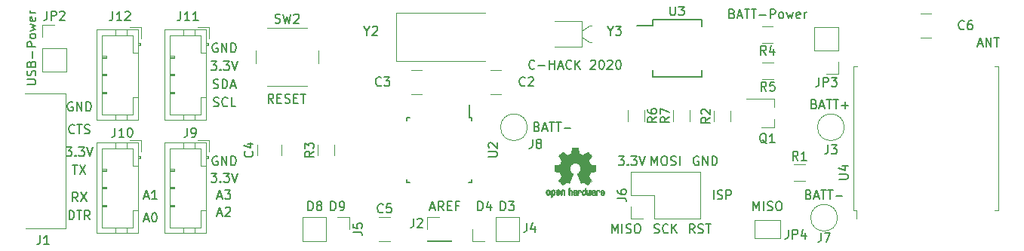
<source format=gbr>
G04 #@! TF.GenerationSoftware,KiCad,Pcbnew,5.1.6+dfsg1-1*
G04 #@! TF.CreationDate,2020-08-09T15:43:52+02:00*
G04 #@! TF.ProjectId,CaLoRa,43614c6f-5261-42e6-9b69-6361645f7063,rev?*
G04 #@! TF.SameCoordinates,Original*
G04 #@! TF.FileFunction,Legend,Top*
G04 #@! TF.FilePolarity,Positive*
%FSLAX46Y46*%
G04 Gerber Fmt 4.6, Leading zero omitted, Abs format (unit mm)*
G04 Created by KiCad (PCBNEW 5.1.6+dfsg1-1) date 2020-08-09 15:43:52*
%MOMM*%
%LPD*%
G01*
G04 APERTURE LIST*
%ADD10C,0.150000*%
%ADD11C,0.120000*%
%ADD12C,0.010000*%
G04 APERTURE END LIST*
D10*
X197382380Y-81002142D02*
X197334761Y-81049761D01*
X197191904Y-81097380D01*
X197096666Y-81097380D01*
X196953809Y-81049761D01*
X196858571Y-80954523D01*
X196810952Y-80859285D01*
X196763333Y-80668809D01*
X196763333Y-80525952D01*
X196810952Y-80335476D01*
X196858571Y-80240238D01*
X196953809Y-80145000D01*
X197096666Y-80097380D01*
X197191904Y-80097380D01*
X197334761Y-80145000D01*
X197382380Y-80192619D01*
X197810952Y-80716428D02*
X198572857Y-80716428D01*
X199049047Y-81097380D02*
X199049047Y-80097380D01*
X199049047Y-80573571D02*
X199620476Y-80573571D01*
X199620476Y-81097380D02*
X199620476Y-80097380D01*
X200049047Y-80811666D02*
X200525238Y-80811666D01*
X199953809Y-81097380D02*
X200287142Y-80097380D01*
X200620476Y-81097380D01*
X201525238Y-81002142D02*
X201477619Y-81049761D01*
X201334761Y-81097380D01*
X201239523Y-81097380D01*
X201096666Y-81049761D01*
X201001428Y-80954523D01*
X200953809Y-80859285D01*
X200906190Y-80668809D01*
X200906190Y-80525952D01*
X200953809Y-80335476D01*
X201001428Y-80240238D01*
X201096666Y-80145000D01*
X201239523Y-80097380D01*
X201334761Y-80097380D01*
X201477619Y-80145000D01*
X201525238Y-80192619D01*
X201953809Y-81097380D02*
X201953809Y-80097380D01*
X202525238Y-81097380D02*
X202096666Y-80525952D01*
X202525238Y-80097380D02*
X201953809Y-80668809D01*
X203668095Y-80192619D02*
X203715714Y-80145000D01*
X203810952Y-80097380D01*
X204049047Y-80097380D01*
X204144285Y-80145000D01*
X204191904Y-80192619D01*
X204239523Y-80287857D01*
X204239523Y-80383095D01*
X204191904Y-80525952D01*
X203620476Y-81097380D01*
X204239523Y-81097380D01*
X204858571Y-80097380D02*
X204953809Y-80097380D01*
X205049047Y-80145000D01*
X205096666Y-80192619D01*
X205144285Y-80287857D01*
X205191904Y-80478333D01*
X205191904Y-80716428D01*
X205144285Y-80906904D01*
X205096666Y-81002142D01*
X205049047Y-81049761D01*
X204953809Y-81097380D01*
X204858571Y-81097380D01*
X204763333Y-81049761D01*
X204715714Y-81002142D01*
X204668095Y-80906904D01*
X204620476Y-80716428D01*
X204620476Y-80478333D01*
X204668095Y-80287857D01*
X204715714Y-80192619D01*
X204763333Y-80145000D01*
X204858571Y-80097380D01*
X205572857Y-80192619D02*
X205620476Y-80145000D01*
X205715714Y-80097380D01*
X205953809Y-80097380D01*
X206049047Y-80145000D01*
X206096666Y-80192619D01*
X206144285Y-80287857D01*
X206144285Y-80383095D01*
X206096666Y-80525952D01*
X205525238Y-81097380D01*
X206144285Y-81097380D01*
X206763333Y-80097380D02*
X206858571Y-80097380D01*
X206953809Y-80145000D01*
X207001428Y-80192619D01*
X207049047Y-80287857D01*
X207096666Y-80478333D01*
X207096666Y-80716428D01*
X207049047Y-80906904D01*
X207001428Y-81002142D01*
X206953809Y-81049761D01*
X206858571Y-81097380D01*
X206763333Y-81097380D01*
X206668095Y-81049761D01*
X206620476Y-81002142D01*
X206572857Y-80906904D01*
X206525238Y-80716428D01*
X206525238Y-80478333D01*
X206572857Y-80287857D01*
X206620476Y-80192619D01*
X206668095Y-80145000D01*
X206763333Y-80097380D01*
X217463809Y-95702380D02*
X217463809Y-94702380D01*
X217892380Y-95654761D02*
X218035238Y-95702380D01*
X218273333Y-95702380D01*
X218368571Y-95654761D01*
X218416190Y-95607142D01*
X218463809Y-95511904D01*
X218463809Y-95416666D01*
X218416190Y-95321428D01*
X218368571Y-95273809D01*
X218273333Y-95226190D01*
X218082857Y-95178571D01*
X217987619Y-95130952D01*
X217940000Y-95083333D01*
X217892380Y-94988095D01*
X217892380Y-94892857D01*
X217940000Y-94797619D01*
X217987619Y-94750000D01*
X218082857Y-94702380D01*
X218320952Y-94702380D01*
X218463809Y-94750000D01*
X218892380Y-95702380D02*
X218892380Y-94702380D01*
X219273333Y-94702380D01*
X219368571Y-94750000D01*
X219416190Y-94797619D01*
X219463809Y-94892857D01*
X219463809Y-95035714D01*
X219416190Y-95130952D01*
X219368571Y-95178571D01*
X219273333Y-95226190D01*
X218892380Y-95226190D01*
X191031904Y-96972380D02*
X191031904Y-95972380D01*
X191270000Y-95972380D01*
X191412857Y-96020000D01*
X191508095Y-96115238D01*
X191555714Y-96210476D01*
X191603333Y-96400952D01*
X191603333Y-96543809D01*
X191555714Y-96734285D01*
X191508095Y-96829523D01*
X191412857Y-96924761D01*
X191270000Y-96972380D01*
X191031904Y-96972380D01*
X192460476Y-96305714D02*
X192460476Y-96972380D01*
X192222380Y-95924761D02*
X191984285Y-96639047D01*
X192603333Y-96639047D01*
X193571904Y-96972380D02*
X193571904Y-95972380D01*
X193810000Y-95972380D01*
X193952857Y-96020000D01*
X194048095Y-96115238D01*
X194095714Y-96210476D01*
X194143333Y-96400952D01*
X194143333Y-96543809D01*
X194095714Y-96734285D01*
X194048095Y-96829523D01*
X193952857Y-96924761D01*
X193810000Y-96972380D01*
X193571904Y-96972380D01*
X194476666Y-95972380D02*
X195095714Y-95972380D01*
X194762380Y-96353333D01*
X194905238Y-96353333D01*
X195000476Y-96400952D01*
X195048095Y-96448571D01*
X195095714Y-96543809D01*
X195095714Y-96781904D01*
X195048095Y-96877142D01*
X195000476Y-96924761D01*
X194905238Y-96972380D01*
X194619523Y-96972380D01*
X194524285Y-96924761D01*
X194476666Y-96877142D01*
X174521904Y-96972380D02*
X174521904Y-95972380D01*
X174760000Y-95972380D01*
X174902857Y-96020000D01*
X174998095Y-96115238D01*
X175045714Y-96210476D01*
X175093333Y-96400952D01*
X175093333Y-96543809D01*
X175045714Y-96734285D01*
X174998095Y-96829523D01*
X174902857Y-96924761D01*
X174760000Y-96972380D01*
X174521904Y-96972380D01*
X175569523Y-96972380D02*
X175760000Y-96972380D01*
X175855238Y-96924761D01*
X175902857Y-96877142D01*
X175998095Y-96734285D01*
X176045714Y-96543809D01*
X176045714Y-96162857D01*
X175998095Y-96067619D01*
X175950476Y-96020000D01*
X175855238Y-95972380D01*
X175664761Y-95972380D01*
X175569523Y-96020000D01*
X175521904Y-96067619D01*
X175474285Y-96162857D01*
X175474285Y-96400952D01*
X175521904Y-96496190D01*
X175569523Y-96543809D01*
X175664761Y-96591428D01*
X175855238Y-96591428D01*
X175950476Y-96543809D01*
X175998095Y-96496190D01*
X176045714Y-96400952D01*
X171981904Y-96972380D02*
X171981904Y-95972380D01*
X172220000Y-95972380D01*
X172362857Y-96020000D01*
X172458095Y-96115238D01*
X172505714Y-96210476D01*
X172553333Y-96400952D01*
X172553333Y-96543809D01*
X172505714Y-96734285D01*
X172458095Y-96829523D01*
X172362857Y-96924761D01*
X172220000Y-96972380D01*
X171981904Y-96972380D01*
X173124761Y-96400952D02*
X173029523Y-96353333D01*
X172981904Y-96305714D01*
X172934285Y-96210476D01*
X172934285Y-96162857D01*
X172981904Y-96067619D01*
X173029523Y-96020000D01*
X173124761Y-95972380D01*
X173315238Y-95972380D01*
X173410476Y-96020000D01*
X173458095Y-96067619D01*
X173505714Y-96162857D01*
X173505714Y-96210476D01*
X173458095Y-96305714D01*
X173410476Y-96353333D01*
X173315238Y-96400952D01*
X173124761Y-96400952D01*
X173029523Y-96448571D01*
X172981904Y-96496190D01*
X172934285Y-96591428D01*
X172934285Y-96781904D01*
X172981904Y-96877142D01*
X173029523Y-96924761D01*
X173124761Y-96972380D01*
X173315238Y-96972380D01*
X173410476Y-96924761D01*
X173458095Y-96877142D01*
X173505714Y-96781904D01*
X173505714Y-96591428D01*
X173458095Y-96496190D01*
X173410476Y-96448571D01*
X173315238Y-96400952D01*
X219567619Y-74858571D02*
X219710476Y-74906190D01*
X219758095Y-74953809D01*
X219805714Y-75049047D01*
X219805714Y-75191904D01*
X219758095Y-75287142D01*
X219710476Y-75334761D01*
X219615238Y-75382380D01*
X219234285Y-75382380D01*
X219234285Y-74382380D01*
X219567619Y-74382380D01*
X219662857Y-74430000D01*
X219710476Y-74477619D01*
X219758095Y-74572857D01*
X219758095Y-74668095D01*
X219710476Y-74763333D01*
X219662857Y-74810952D01*
X219567619Y-74858571D01*
X219234285Y-74858571D01*
X220186666Y-75096666D02*
X220662857Y-75096666D01*
X220091428Y-75382380D02*
X220424761Y-74382380D01*
X220758095Y-75382380D01*
X220948571Y-74382380D02*
X221520000Y-74382380D01*
X221234285Y-75382380D02*
X221234285Y-74382380D01*
X221710476Y-74382380D02*
X222281904Y-74382380D01*
X221996190Y-75382380D02*
X221996190Y-74382380D01*
X222615238Y-75001428D02*
X223377142Y-75001428D01*
X223853333Y-75382380D02*
X223853333Y-74382380D01*
X224234285Y-74382380D01*
X224329523Y-74430000D01*
X224377142Y-74477619D01*
X224424761Y-74572857D01*
X224424761Y-74715714D01*
X224377142Y-74810952D01*
X224329523Y-74858571D01*
X224234285Y-74906190D01*
X223853333Y-74906190D01*
X224996190Y-75382380D02*
X224900952Y-75334761D01*
X224853333Y-75287142D01*
X224805714Y-75191904D01*
X224805714Y-74906190D01*
X224853333Y-74810952D01*
X224900952Y-74763333D01*
X224996190Y-74715714D01*
X225139047Y-74715714D01*
X225234285Y-74763333D01*
X225281904Y-74810952D01*
X225329523Y-74906190D01*
X225329523Y-75191904D01*
X225281904Y-75287142D01*
X225234285Y-75334761D01*
X225139047Y-75382380D01*
X224996190Y-75382380D01*
X225662857Y-74715714D02*
X225853333Y-75382380D01*
X226043809Y-74906190D01*
X226234285Y-75382380D01*
X226424761Y-74715714D01*
X227186666Y-75334761D02*
X227091428Y-75382380D01*
X226900952Y-75382380D01*
X226805714Y-75334761D01*
X226758095Y-75239523D01*
X226758095Y-74858571D01*
X226805714Y-74763333D01*
X226900952Y-74715714D01*
X227091428Y-74715714D01*
X227186666Y-74763333D01*
X227234285Y-74858571D01*
X227234285Y-74953809D01*
X226758095Y-75049047D01*
X227662857Y-75382380D02*
X227662857Y-74715714D01*
X227662857Y-74906190D02*
X227710476Y-74810952D01*
X227758095Y-74763333D01*
X227853333Y-74715714D01*
X227948571Y-74715714D01*
X185705952Y-96686666D02*
X186182142Y-96686666D01*
X185610714Y-96972380D02*
X185944047Y-95972380D01*
X186277380Y-96972380D01*
X187182142Y-96972380D02*
X186848809Y-96496190D01*
X186610714Y-96972380D02*
X186610714Y-95972380D01*
X186991666Y-95972380D01*
X187086904Y-96020000D01*
X187134523Y-96067619D01*
X187182142Y-96162857D01*
X187182142Y-96305714D01*
X187134523Y-96400952D01*
X187086904Y-96448571D01*
X186991666Y-96496190D01*
X186610714Y-96496190D01*
X187610714Y-96448571D02*
X187944047Y-96448571D01*
X188086904Y-96972380D02*
X187610714Y-96972380D01*
X187610714Y-95972380D01*
X188086904Y-95972380D01*
X188848809Y-96448571D02*
X188515476Y-96448571D01*
X188515476Y-96972380D02*
X188515476Y-95972380D01*
X188991666Y-95972380D01*
X168092619Y-84907380D02*
X167759285Y-84431190D01*
X167521190Y-84907380D02*
X167521190Y-83907380D01*
X167902142Y-83907380D01*
X167997380Y-83955000D01*
X168045000Y-84002619D01*
X168092619Y-84097857D01*
X168092619Y-84240714D01*
X168045000Y-84335952D01*
X167997380Y-84383571D01*
X167902142Y-84431190D01*
X167521190Y-84431190D01*
X168521190Y-84383571D02*
X168854523Y-84383571D01*
X168997380Y-84907380D02*
X168521190Y-84907380D01*
X168521190Y-83907380D01*
X168997380Y-83907380D01*
X169378333Y-84859761D02*
X169521190Y-84907380D01*
X169759285Y-84907380D01*
X169854523Y-84859761D01*
X169902142Y-84812142D01*
X169949761Y-84716904D01*
X169949761Y-84621666D01*
X169902142Y-84526428D01*
X169854523Y-84478809D01*
X169759285Y-84431190D01*
X169568809Y-84383571D01*
X169473571Y-84335952D01*
X169425952Y-84288333D01*
X169378333Y-84193095D01*
X169378333Y-84097857D01*
X169425952Y-84002619D01*
X169473571Y-83955000D01*
X169568809Y-83907380D01*
X169806904Y-83907380D01*
X169949761Y-83955000D01*
X170378333Y-84383571D02*
X170711666Y-84383571D01*
X170854523Y-84907380D02*
X170378333Y-84907380D01*
X170378333Y-83907380D01*
X170854523Y-83907380D01*
X171140238Y-83907380D02*
X171711666Y-83907380D01*
X171425952Y-84907380D02*
X171425952Y-83907380D01*
X140422380Y-82835238D02*
X141231904Y-82835238D01*
X141327142Y-82787619D01*
X141374761Y-82740000D01*
X141422380Y-82644761D01*
X141422380Y-82454285D01*
X141374761Y-82359047D01*
X141327142Y-82311428D01*
X141231904Y-82263809D01*
X140422380Y-82263809D01*
X141374761Y-81835238D02*
X141422380Y-81692380D01*
X141422380Y-81454285D01*
X141374761Y-81359047D01*
X141327142Y-81311428D01*
X141231904Y-81263809D01*
X141136666Y-81263809D01*
X141041428Y-81311428D01*
X140993809Y-81359047D01*
X140946190Y-81454285D01*
X140898571Y-81644761D01*
X140850952Y-81740000D01*
X140803333Y-81787619D01*
X140708095Y-81835238D01*
X140612857Y-81835238D01*
X140517619Y-81787619D01*
X140470000Y-81740000D01*
X140422380Y-81644761D01*
X140422380Y-81406666D01*
X140470000Y-81263809D01*
X140898571Y-80501904D02*
X140946190Y-80359047D01*
X140993809Y-80311428D01*
X141089047Y-80263809D01*
X141231904Y-80263809D01*
X141327142Y-80311428D01*
X141374761Y-80359047D01*
X141422380Y-80454285D01*
X141422380Y-80835238D01*
X140422380Y-80835238D01*
X140422380Y-80501904D01*
X140470000Y-80406666D01*
X140517619Y-80359047D01*
X140612857Y-80311428D01*
X140708095Y-80311428D01*
X140803333Y-80359047D01*
X140850952Y-80406666D01*
X140898571Y-80501904D01*
X140898571Y-80835238D01*
X141041428Y-79835238D02*
X141041428Y-79073333D01*
X141422380Y-78597142D02*
X140422380Y-78597142D01*
X140422380Y-78216190D01*
X140470000Y-78120952D01*
X140517619Y-78073333D01*
X140612857Y-78025714D01*
X140755714Y-78025714D01*
X140850952Y-78073333D01*
X140898571Y-78120952D01*
X140946190Y-78216190D01*
X140946190Y-78597142D01*
X141422380Y-77454285D02*
X141374761Y-77549523D01*
X141327142Y-77597142D01*
X141231904Y-77644761D01*
X140946190Y-77644761D01*
X140850952Y-77597142D01*
X140803333Y-77549523D01*
X140755714Y-77454285D01*
X140755714Y-77311428D01*
X140803333Y-77216190D01*
X140850952Y-77168571D01*
X140946190Y-77120952D01*
X141231904Y-77120952D01*
X141327142Y-77168571D01*
X141374761Y-77216190D01*
X141422380Y-77311428D01*
X141422380Y-77454285D01*
X140755714Y-76787619D02*
X141422380Y-76597142D01*
X140946190Y-76406666D01*
X141422380Y-76216190D01*
X140755714Y-76025714D01*
X141374761Y-75263809D02*
X141422380Y-75359047D01*
X141422380Y-75549523D01*
X141374761Y-75644761D01*
X141279523Y-75692380D01*
X140898571Y-75692380D01*
X140803333Y-75644761D01*
X140755714Y-75549523D01*
X140755714Y-75359047D01*
X140803333Y-75263809D01*
X140898571Y-75216190D01*
X140993809Y-75216190D01*
X141089047Y-75692380D01*
X141422380Y-74787619D02*
X140755714Y-74787619D01*
X140946190Y-74787619D02*
X140850952Y-74740000D01*
X140803333Y-74692380D01*
X140755714Y-74597142D01*
X140755714Y-74501904D01*
X247142142Y-78271666D02*
X247618333Y-78271666D01*
X247046904Y-78557380D02*
X247380238Y-77557380D01*
X247713571Y-78557380D01*
X248046904Y-78557380D02*
X248046904Y-77557380D01*
X248618333Y-78557380D01*
X248618333Y-77557380D01*
X248951666Y-77557380D02*
X249523095Y-77557380D01*
X249237380Y-78557380D02*
X249237380Y-77557380D01*
X221948571Y-96972380D02*
X221948571Y-95972380D01*
X222281904Y-96686666D01*
X222615238Y-95972380D01*
X222615238Y-96972380D01*
X223091428Y-96972380D02*
X223091428Y-95972380D01*
X223520000Y-96924761D02*
X223662857Y-96972380D01*
X223900952Y-96972380D01*
X223996190Y-96924761D01*
X224043809Y-96877142D01*
X224091428Y-96781904D01*
X224091428Y-96686666D01*
X224043809Y-96591428D01*
X223996190Y-96543809D01*
X223900952Y-96496190D01*
X223710476Y-96448571D01*
X223615238Y-96400952D01*
X223567619Y-96353333D01*
X223520000Y-96258095D01*
X223520000Y-96162857D01*
X223567619Y-96067619D01*
X223615238Y-96020000D01*
X223710476Y-95972380D01*
X223948571Y-95972380D01*
X224091428Y-96020000D01*
X224710476Y-95972380D02*
X224900952Y-95972380D01*
X224996190Y-96020000D01*
X225091428Y-96115238D01*
X225139047Y-96305714D01*
X225139047Y-96639047D01*
X225091428Y-96829523D01*
X224996190Y-96924761D01*
X224900952Y-96972380D01*
X224710476Y-96972380D01*
X224615238Y-96924761D01*
X224520000Y-96829523D01*
X224472380Y-96639047D01*
X224472380Y-96305714D01*
X224520000Y-96115238D01*
X224615238Y-96020000D01*
X224710476Y-95972380D01*
X215773095Y-90940000D02*
X215677857Y-90892380D01*
X215535000Y-90892380D01*
X215392142Y-90940000D01*
X215296904Y-91035238D01*
X215249285Y-91130476D01*
X215201666Y-91320952D01*
X215201666Y-91463809D01*
X215249285Y-91654285D01*
X215296904Y-91749523D01*
X215392142Y-91844761D01*
X215535000Y-91892380D01*
X215630238Y-91892380D01*
X215773095Y-91844761D01*
X215820714Y-91797142D01*
X215820714Y-91463809D01*
X215630238Y-91463809D01*
X216249285Y-91892380D02*
X216249285Y-90892380D01*
X216820714Y-91892380D01*
X216820714Y-90892380D01*
X217296904Y-91892380D02*
X217296904Y-90892380D01*
X217535000Y-90892380D01*
X217677857Y-90940000D01*
X217773095Y-91035238D01*
X217820714Y-91130476D01*
X217868333Y-91320952D01*
X217868333Y-91463809D01*
X217820714Y-91654285D01*
X217773095Y-91749523D01*
X217677857Y-91844761D01*
X217535000Y-91892380D01*
X217296904Y-91892380D01*
X210518571Y-91892380D02*
X210518571Y-90892380D01*
X210851904Y-91606666D01*
X211185238Y-90892380D01*
X211185238Y-91892380D01*
X211851904Y-90892380D02*
X212042380Y-90892380D01*
X212137619Y-90940000D01*
X212232857Y-91035238D01*
X212280476Y-91225714D01*
X212280476Y-91559047D01*
X212232857Y-91749523D01*
X212137619Y-91844761D01*
X212042380Y-91892380D01*
X211851904Y-91892380D01*
X211756666Y-91844761D01*
X211661428Y-91749523D01*
X211613809Y-91559047D01*
X211613809Y-91225714D01*
X211661428Y-91035238D01*
X211756666Y-90940000D01*
X211851904Y-90892380D01*
X212661428Y-91844761D02*
X212804285Y-91892380D01*
X213042380Y-91892380D01*
X213137619Y-91844761D01*
X213185238Y-91797142D01*
X213232857Y-91701904D01*
X213232857Y-91606666D01*
X213185238Y-91511428D01*
X213137619Y-91463809D01*
X213042380Y-91416190D01*
X212851904Y-91368571D01*
X212756666Y-91320952D01*
X212709047Y-91273333D01*
X212661428Y-91178095D01*
X212661428Y-91082857D01*
X212709047Y-90987619D01*
X212756666Y-90940000D01*
X212851904Y-90892380D01*
X213090000Y-90892380D01*
X213232857Y-90940000D01*
X213661428Y-91892380D02*
X213661428Y-90892380D01*
X206803809Y-90892380D02*
X207422857Y-90892380D01*
X207089523Y-91273333D01*
X207232380Y-91273333D01*
X207327619Y-91320952D01*
X207375238Y-91368571D01*
X207422857Y-91463809D01*
X207422857Y-91701904D01*
X207375238Y-91797142D01*
X207327619Y-91844761D01*
X207232380Y-91892380D01*
X206946666Y-91892380D01*
X206851428Y-91844761D01*
X206803809Y-91797142D01*
X207851428Y-91797142D02*
X207899047Y-91844761D01*
X207851428Y-91892380D01*
X207803809Y-91844761D01*
X207851428Y-91797142D01*
X207851428Y-91892380D01*
X208232380Y-90892380D02*
X208851428Y-90892380D01*
X208518095Y-91273333D01*
X208660952Y-91273333D01*
X208756190Y-91320952D01*
X208803809Y-91368571D01*
X208851428Y-91463809D01*
X208851428Y-91701904D01*
X208803809Y-91797142D01*
X208756190Y-91844761D01*
X208660952Y-91892380D01*
X208375238Y-91892380D01*
X208280000Y-91844761D01*
X208232380Y-91797142D01*
X209137142Y-90892380D02*
X209470476Y-91892380D01*
X209803809Y-90892380D01*
X215352380Y-99512380D02*
X215019047Y-99036190D01*
X214780952Y-99512380D02*
X214780952Y-98512380D01*
X215161904Y-98512380D01*
X215257142Y-98560000D01*
X215304761Y-98607619D01*
X215352380Y-98702857D01*
X215352380Y-98845714D01*
X215304761Y-98940952D01*
X215257142Y-98988571D01*
X215161904Y-99036190D01*
X214780952Y-99036190D01*
X215733333Y-99464761D02*
X215876190Y-99512380D01*
X216114285Y-99512380D01*
X216209523Y-99464761D01*
X216257142Y-99417142D01*
X216304761Y-99321904D01*
X216304761Y-99226666D01*
X216257142Y-99131428D01*
X216209523Y-99083809D01*
X216114285Y-99036190D01*
X215923809Y-98988571D01*
X215828571Y-98940952D01*
X215780952Y-98893333D01*
X215733333Y-98798095D01*
X215733333Y-98702857D01*
X215780952Y-98607619D01*
X215828571Y-98560000D01*
X215923809Y-98512380D01*
X216161904Y-98512380D01*
X216304761Y-98560000D01*
X216590476Y-98512380D02*
X217161904Y-98512380D01*
X216876190Y-99512380D02*
X216876190Y-98512380D01*
X210804285Y-99464761D02*
X210947142Y-99512380D01*
X211185238Y-99512380D01*
X211280476Y-99464761D01*
X211328095Y-99417142D01*
X211375714Y-99321904D01*
X211375714Y-99226666D01*
X211328095Y-99131428D01*
X211280476Y-99083809D01*
X211185238Y-99036190D01*
X210994761Y-98988571D01*
X210899523Y-98940952D01*
X210851904Y-98893333D01*
X210804285Y-98798095D01*
X210804285Y-98702857D01*
X210851904Y-98607619D01*
X210899523Y-98560000D01*
X210994761Y-98512380D01*
X211232857Y-98512380D01*
X211375714Y-98560000D01*
X212375714Y-99417142D02*
X212328095Y-99464761D01*
X212185238Y-99512380D01*
X212090000Y-99512380D01*
X211947142Y-99464761D01*
X211851904Y-99369523D01*
X211804285Y-99274285D01*
X211756666Y-99083809D01*
X211756666Y-98940952D01*
X211804285Y-98750476D01*
X211851904Y-98655238D01*
X211947142Y-98560000D01*
X212090000Y-98512380D01*
X212185238Y-98512380D01*
X212328095Y-98560000D01*
X212375714Y-98607619D01*
X212804285Y-99512380D02*
X212804285Y-98512380D01*
X213375714Y-99512380D02*
X212947142Y-98940952D01*
X213375714Y-98512380D02*
X212804285Y-99083809D01*
X206073571Y-99512380D02*
X206073571Y-98512380D01*
X206406904Y-99226666D01*
X206740238Y-98512380D01*
X206740238Y-99512380D01*
X207216428Y-99512380D02*
X207216428Y-98512380D01*
X207645000Y-99464761D02*
X207787857Y-99512380D01*
X208025952Y-99512380D01*
X208121190Y-99464761D01*
X208168809Y-99417142D01*
X208216428Y-99321904D01*
X208216428Y-99226666D01*
X208168809Y-99131428D01*
X208121190Y-99083809D01*
X208025952Y-99036190D01*
X207835476Y-98988571D01*
X207740238Y-98940952D01*
X207692619Y-98893333D01*
X207645000Y-98798095D01*
X207645000Y-98702857D01*
X207692619Y-98607619D01*
X207740238Y-98560000D01*
X207835476Y-98512380D01*
X208073571Y-98512380D01*
X208216428Y-98560000D01*
X208835476Y-98512380D02*
X209025952Y-98512380D01*
X209121190Y-98560000D01*
X209216428Y-98655238D01*
X209264047Y-98845714D01*
X209264047Y-99179047D01*
X209216428Y-99369523D01*
X209121190Y-99464761D01*
X209025952Y-99512380D01*
X208835476Y-99512380D01*
X208740238Y-99464761D01*
X208645000Y-99369523D01*
X208597380Y-99179047D01*
X208597380Y-98845714D01*
X208645000Y-98655238D01*
X208740238Y-98560000D01*
X208835476Y-98512380D01*
X228131904Y-95178571D02*
X228274761Y-95226190D01*
X228322380Y-95273809D01*
X228370000Y-95369047D01*
X228370000Y-95511904D01*
X228322380Y-95607142D01*
X228274761Y-95654761D01*
X228179523Y-95702380D01*
X227798571Y-95702380D01*
X227798571Y-94702380D01*
X228131904Y-94702380D01*
X228227142Y-94750000D01*
X228274761Y-94797619D01*
X228322380Y-94892857D01*
X228322380Y-94988095D01*
X228274761Y-95083333D01*
X228227142Y-95130952D01*
X228131904Y-95178571D01*
X227798571Y-95178571D01*
X228750952Y-95416666D02*
X229227142Y-95416666D01*
X228655714Y-95702380D02*
X228989047Y-94702380D01*
X229322380Y-95702380D01*
X229512857Y-94702380D02*
X230084285Y-94702380D01*
X229798571Y-95702380D02*
X229798571Y-94702380D01*
X230274761Y-94702380D02*
X230846190Y-94702380D01*
X230560476Y-95702380D02*
X230560476Y-94702380D01*
X231179523Y-95321428D02*
X231941428Y-95321428D01*
X228766904Y-85018571D02*
X228909761Y-85066190D01*
X228957380Y-85113809D01*
X229005000Y-85209047D01*
X229005000Y-85351904D01*
X228957380Y-85447142D01*
X228909761Y-85494761D01*
X228814523Y-85542380D01*
X228433571Y-85542380D01*
X228433571Y-84542380D01*
X228766904Y-84542380D01*
X228862142Y-84590000D01*
X228909761Y-84637619D01*
X228957380Y-84732857D01*
X228957380Y-84828095D01*
X228909761Y-84923333D01*
X228862142Y-84970952D01*
X228766904Y-85018571D01*
X228433571Y-85018571D01*
X229385952Y-85256666D02*
X229862142Y-85256666D01*
X229290714Y-85542380D02*
X229624047Y-84542380D01*
X229957380Y-85542380D01*
X230147857Y-84542380D02*
X230719285Y-84542380D01*
X230433571Y-85542380D02*
X230433571Y-84542380D01*
X230909761Y-84542380D02*
X231481190Y-84542380D01*
X231195476Y-85542380D02*
X231195476Y-84542380D01*
X231814523Y-85161428D02*
X232576428Y-85161428D01*
X232195476Y-85542380D02*
X232195476Y-84780476D01*
X197651904Y-87558571D02*
X197794761Y-87606190D01*
X197842380Y-87653809D01*
X197890000Y-87749047D01*
X197890000Y-87891904D01*
X197842380Y-87987142D01*
X197794761Y-88034761D01*
X197699523Y-88082380D01*
X197318571Y-88082380D01*
X197318571Y-87082380D01*
X197651904Y-87082380D01*
X197747142Y-87130000D01*
X197794761Y-87177619D01*
X197842380Y-87272857D01*
X197842380Y-87368095D01*
X197794761Y-87463333D01*
X197747142Y-87510952D01*
X197651904Y-87558571D01*
X197318571Y-87558571D01*
X198270952Y-87796666D02*
X198747142Y-87796666D01*
X198175714Y-88082380D02*
X198509047Y-87082380D01*
X198842380Y-88082380D01*
X199032857Y-87082380D02*
X199604285Y-87082380D01*
X199318571Y-88082380D02*
X199318571Y-87082380D01*
X199794761Y-87082380D02*
X200366190Y-87082380D01*
X200080476Y-88082380D02*
X200080476Y-87082380D01*
X200699523Y-87701428D02*
X201461428Y-87701428D01*
X153590714Y-95416666D02*
X154066904Y-95416666D01*
X153495476Y-95702380D02*
X153828809Y-94702380D01*
X154162142Y-95702380D01*
X155019285Y-95702380D02*
X154447857Y-95702380D01*
X154733571Y-95702380D02*
X154733571Y-94702380D01*
X154638333Y-94845238D01*
X154543095Y-94940476D01*
X154447857Y-94988095D01*
X153590714Y-97956666D02*
X154066904Y-97956666D01*
X153495476Y-98242380D02*
X153828809Y-97242380D01*
X154162142Y-98242380D01*
X154685952Y-97242380D02*
X154781190Y-97242380D01*
X154876428Y-97290000D01*
X154924047Y-97337619D01*
X154971666Y-97432857D01*
X155019285Y-97623333D01*
X155019285Y-97861428D01*
X154971666Y-98051904D01*
X154924047Y-98147142D01*
X154876428Y-98194761D01*
X154781190Y-98242380D01*
X154685952Y-98242380D01*
X154590714Y-98194761D01*
X154543095Y-98147142D01*
X154495476Y-98051904D01*
X154447857Y-97861428D01*
X154447857Y-97623333D01*
X154495476Y-97432857D01*
X154543095Y-97337619D01*
X154590714Y-97290000D01*
X154685952Y-97242380D01*
X161845714Y-97321666D02*
X162321904Y-97321666D01*
X161750476Y-97607380D02*
X162083809Y-96607380D01*
X162417142Y-97607380D01*
X162702857Y-96702619D02*
X162750476Y-96655000D01*
X162845714Y-96607380D01*
X163083809Y-96607380D01*
X163179047Y-96655000D01*
X163226666Y-96702619D01*
X163274285Y-96797857D01*
X163274285Y-96893095D01*
X163226666Y-97035952D01*
X162655238Y-97607380D01*
X163274285Y-97607380D01*
X161845714Y-95416666D02*
X162321904Y-95416666D01*
X161750476Y-95702380D02*
X162083809Y-94702380D01*
X162417142Y-95702380D01*
X162655238Y-94702380D02*
X163274285Y-94702380D01*
X162940952Y-95083333D01*
X163083809Y-95083333D01*
X163179047Y-95130952D01*
X163226666Y-95178571D01*
X163274285Y-95273809D01*
X163274285Y-95511904D01*
X163226666Y-95607142D01*
X163179047Y-95654761D01*
X163083809Y-95702380D01*
X162798095Y-95702380D01*
X162702857Y-95654761D01*
X162655238Y-95607142D01*
X161083809Y-92797380D02*
X161702857Y-92797380D01*
X161369523Y-93178333D01*
X161512380Y-93178333D01*
X161607619Y-93225952D01*
X161655238Y-93273571D01*
X161702857Y-93368809D01*
X161702857Y-93606904D01*
X161655238Y-93702142D01*
X161607619Y-93749761D01*
X161512380Y-93797380D01*
X161226666Y-93797380D01*
X161131428Y-93749761D01*
X161083809Y-93702142D01*
X162131428Y-93702142D02*
X162179047Y-93749761D01*
X162131428Y-93797380D01*
X162083809Y-93749761D01*
X162131428Y-93702142D01*
X162131428Y-93797380D01*
X162512380Y-92797380D02*
X163131428Y-92797380D01*
X162798095Y-93178333D01*
X162940952Y-93178333D01*
X163036190Y-93225952D01*
X163083809Y-93273571D01*
X163131428Y-93368809D01*
X163131428Y-93606904D01*
X163083809Y-93702142D01*
X163036190Y-93749761D01*
X162940952Y-93797380D01*
X162655238Y-93797380D01*
X162560000Y-93749761D01*
X162512380Y-93702142D01*
X163417142Y-92797380D02*
X163750476Y-93797380D01*
X164083809Y-92797380D01*
X161798095Y-90940000D02*
X161702857Y-90892380D01*
X161560000Y-90892380D01*
X161417142Y-90940000D01*
X161321904Y-91035238D01*
X161274285Y-91130476D01*
X161226666Y-91320952D01*
X161226666Y-91463809D01*
X161274285Y-91654285D01*
X161321904Y-91749523D01*
X161417142Y-91844761D01*
X161560000Y-91892380D01*
X161655238Y-91892380D01*
X161798095Y-91844761D01*
X161845714Y-91797142D01*
X161845714Y-91463809D01*
X161655238Y-91463809D01*
X162274285Y-91892380D02*
X162274285Y-90892380D01*
X162845714Y-91892380D01*
X162845714Y-90892380D01*
X163321904Y-91892380D02*
X163321904Y-90892380D01*
X163560000Y-90892380D01*
X163702857Y-90940000D01*
X163798095Y-91035238D01*
X163845714Y-91130476D01*
X163893333Y-91320952D01*
X163893333Y-91463809D01*
X163845714Y-91654285D01*
X163798095Y-91749523D01*
X163702857Y-91844761D01*
X163560000Y-91892380D01*
X163321904Y-91892380D01*
X161369523Y-85240761D02*
X161512380Y-85288380D01*
X161750476Y-85288380D01*
X161845714Y-85240761D01*
X161893333Y-85193142D01*
X161940952Y-85097904D01*
X161940952Y-85002666D01*
X161893333Y-84907428D01*
X161845714Y-84859809D01*
X161750476Y-84812190D01*
X161560000Y-84764571D01*
X161464761Y-84716952D01*
X161417142Y-84669333D01*
X161369523Y-84574095D01*
X161369523Y-84478857D01*
X161417142Y-84383619D01*
X161464761Y-84336000D01*
X161560000Y-84288380D01*
X161798095Y-84288380D01*
X161940952Y-84336000D01*
X162940952Y-85193142D02*
X162893333Y-85240761D01*
X162750476Y-85288380D01*
X162655238Y-85288380D01*
X162512380Y-85240761D01*
X162417142Y-85145523D01*
X162369523Y-85050285D01*
X162321904Y-84859809D01*
X162321904Y-84716952D01*
X162369523Y-84526476D01*
X162417142Y-84431238D01*
X162512380Y-84336000D01*
X162655238Y-84288380D01*
X162750476Y-84288380D01*
X162893333Y-84336000D01*
X162940952Y-84383619D01*
X163845714Y-85288380D02*
X163369523Y-85288380D01*
X163369523Y-84288380D01*
X161345714Y-83208761D02*
X161488571Y-83256380D01*
X161726666Y-83256380D01*
X161821904Y-83208761D01*
X161869523Y-83161142D01*
X161917142Y-83065904D01*
X161917142Y-82970666D01*
X161869523Y-82875428D01*
X161821904Y-82827809D01*
X161726666Y-82780190D01*
X161536190Y-82732571D01*
X161440952Y-82684952D01*
X161393333Y-82637333D01*
X161345714Y-82542095D01*
X161345714Y-82446857D01*
X161393333Y-82351619D01*
X161440952Y-82304000D01*
X161536190Y-82256380D01*
X161774285Y-82256380D01*
X161917142Y-82304000D01*
X162345714Y-83256380D02*
X162345714Y-82256380D01*
X162583809Y-82256380D01*
X162726666Y-82304000D01*
X162821904Y-82399238D01*
X162869523Y-82494476D01*
X162917142Y-82684952D01*
X162917142Y-82827809D01*
X162869523Y-83018285D01*
X162821904Y-83113523D01*
X162726666Y-83208761D01*
X162583809Y-83256380D01*
X162345714Y-83256380D01*
X163298095Y-82970666D02*
X163774285Y-82970666D01*
X163202857Y-83256380D02*
X163536190Y-82256380D01*
X163869523Y-83256380D01*
X161083809Y-80224380D02*
X161702857Y-80224380D01*
X161369523Y-80605333D01*
X161512380Y-80605333D01*
X161607619Y-80652952D01*
X161655238Y-80700571D01*
X161702857Y-80795809D01*
X161702857Y-81033904D01*
X161655238Y-81129142D01*
X161607619Y-81176761D01*
X161512380Y-81224380D01*
X161226666Y-81224380D01*
X161131428Y-81176761D01*
X161083809Y-81129142D01*
X162131428Y-81129142D02*
X162179047Y-81176761D01*
X162131428Y-81224380D01*
X162083809Y-81176761D01*
X162131428Y-81129142D01*
X162131428Y-81224380D01*
X162512380Y-80224380D02*
X163131428Y-80224380D01*
X162798095Y-80605333D01*
X162940952Y-80605333D01*
X163036190Y-80652952D01*
X163083809Y-80700571D01*
X163131428Y-80795809D01*
X163131428Y-81033904D01*
X163083809Y-81129142D01*
X163036190Y-81176761D01*
X162940952Y-81224380D01*
X162655238Y-81224380D01*
X162560000Y-81176761D01*
X162512380Y-81129142D01*
X163417142Y-80224380D02*
X163750476Y-81224380D01*
X164083809Y-80224380D01*
X161798095Y-78240000D02*
X161702857Y-78192380D01*
X161560000Y-78192380D01*
X161417142Y-78240000D01*
X161321904Y-78335238D01*
X161274285Y-78430476D01*
X161226666Y-78620952D01*
X161226666Y-78763809D01*
X161274285Y-78954285D01*
X161321904Y-79049523D01*
X161417142Y-79144761D01*
X161560000Y-79192380D01*
X161655238Y-79192380D01*
X161798095Y-79144761D01*
X161845714Y-79097142D01*
X161845714Y-78763809D01*
X161655238Y-78763809D01*
X162274285Y-79192380D02*
X162274285Y-78192380D01*
X162845714Y-79192380D01*
X162845714Y-78192380D01*
X163321904Y-79192380D02*
X163321904Y-78192380D01*
X163560000Y-78192380D01*
X163702857Y-78240000D01*
X163798095Y-78335238D01*
X163845714Y-78430476D01*
X163893333Y-78620952D01*
X163893333Y-78763809D01*
X163845714Y-78954285D01*
X163798095Y-79049523D01*
X163702857Y-79144761D01*
X163560000Y-79192380D01*
X163321904Y-79192380D01*
X145756380Y-88241142D02*
X145708761Y-88288761D01*
X145565904Y-88336380D01*
X145470666Y-88336380D01*
X145327809Y-88288761D01*
X145232571Y-88193523D01*
X145184952Y-88098285D01*
X145137333Y-87907809D01*
X145137333Y-87764952D01*
X145184952Y-87574476D01*
X145232571Y-87479238D01*
X145327809Y-87384000D01*
X145470666Y-87336380D01*
X145565904Y-87336380D01*
X145708761Y-87384000D01*
X145756380Y-87431619D01*
X146042095Y-87336380D02*
X146613523Y-87336380D01*
X146327809Y-88336380D02*
X146327809Y-87336380D01*
X146899238Y-88288761D02*
X147042095Y-88336380D01*
X147280190Y-88336380D01*
X147375428Y-88288761D01*
X147423047Y-88241142D01*
X147470666Y-88145904D01*
X147470666Y-88050666D01*
X147423047Y-87955428D01*
X147375428Y-87907809D01*
X147280190Y-87860190D01*
X147089714Y-87812571D01*
X146994476Y-87764952D01*
X146946857Y-87717333D01*
X146899238Y-87622095D01*
X146899238Y-87526857D01*
X146946857Y-87431619D01*
X146994476Y-87384000D01*
X147089714Y-87336380D01*
X147327809Y-87336380D01*
X147470666Y-87384000D01*
X145161142Y-97988380D02*
X145161142Y-96988380D01*
X145399238Y-96988380D01*
X145542095Y-97036000D01*
X145637333Y-97131238D01*
X145684952Y-97226476D01*
X145732571Y-97416952D01*
X145732571Y-97559809D01*
X145684952Y-97750285D01*
X145637333Y-97845523D01*
X145542095Y-97940761D01*
X145399238Y-97988380D01*
X145161142Y-97988380D01*
X146018285Y-96988380D02*
X146589714Y-96988380D01*
X146304000Y-97988380D02*
X146304000Y-96988380D01*
X147494476Y-97988380D02*
X147161142Y-97512190D01*
X146923047Y-97988380D02*
X146923047Y-96988380D01*
X147304000Y-96988380D01*
X147399238Y-97036000D01*
X147446857Y-97083619D01*
X147494476Y-97178857D01*
X147494476Y-97321714D01*
X147446857Y-97416952D01*
X147399238Y-97464571D01*
X147304000Y-97512190D01*
X146923047Y-97512190D01*
X146137333Y-95956380D02*
X145804000Y-95480190D01*
X145565904Y-95956380D02*
X145565904Y-94956380D01*
X145946857Y-94956380D01*
X146042095Y-95004000D01*
X146089714Y-95051619D01*
X146137333Y-95146857D01*
X146137333Y-95289714D01*
X146089714Y-95384952D01*
X146042095Y-95432571D01*
X145946857Y-95480190D01*
X145565904Y-95480190D01*
X146470666Y-94956380D02*
X147137333Y-95956380D01*
X147137333Y-94956380D02*
X146470666Y-95956380D01*
X145542095Y-91908380D02*
X146113523Y-91908380D01*
X145827809Y-92908380D02*
X145827809Y-91908380D01*
X146351619Y-91908380D02*
X147018285Y-92908380D01*
X147018285Y-91908380D02*
X146351619Y-92908380D01*
X144827809Y-89876380D02*
X145446857Y-89876380D01*
X145113523Y-90257333D01*
X145256380Y-90257333D01*
X145351619Y-90304952D01*
X145399238Y-90352571D01*
X145446857Y-90447809D01*
X145446857Y-90685904D01*
X145399238Y-90781142D01*
X145351619Y-90828761D01*
X145256380Y-90876380D01*
X144970666Y-90876380D01*
X144875428Y-90828761D01*
X144827809Y-90781142D01*
X145875428Y-90781142D02*
X145923047Y-90828761D01*
X145875428Y-90876380D01*
X145827809Y-90828761D01*
X145875428Y-90781142D01*
X145875428Y-90876380D01*
X146256380Y-89876380D02*
X146875428Y-89876380D01*
X146542095Y-90257333D01*
X146684952Y-90257333D01*
X146780190Y-90304952D01*
X146827809Y-90352571D01*
X146875428Y-90447809D01*
X146875428Y-90685904D01*
X146827809Y-90781142D01*
X146780190Y-90828761D01*
X146684952Y-90876380D01*
X146399238Y-90876380D01*
X146304000Y-90828761D01*
X146256380Y-90781142D01*
X147161142Y-89876380D02*
X147494476Y-90876380D01*
X147827809Y-89876380D01*
X145542095Y-84844000D02*
X145446857Y-84796380D01*
X145304000Y-84796380D01*
X145161142Y-84844000D01*
X145065904Y-84939238D01*
X145018285Y-85034476D01*
X144970666Y-85224952D01*
X144970666Y-85367809D01*
X145018285Y-85558285D01*
X145065904Y-85653523D01*
X145161142Y-85748761D01*
X145304000Y-85796380D01*
X145399238Y-85796380D01*
X145542095Y-85748761D01*
X145589714Y-85701142D01*
X145589714Y-85367809D01*
X145399238Y-85367809D01*
X146018285Y-85796380D02*
X146018285Y-84796380D01*
X146589714Y-85796380D01*
X146589714Y-84796380D01*
X147065904Y-85796380D02*
X147065904Y-84796380D01*
X147304000Y-84796380D01*
X147446857Y-84844000D01*
X147542095Y-84939238D01*
X147589714Y-85034476D01*
X147637333Y-85224952D01*
X147637333Y-85367809D01*
X147589714Y-85558285D01*
X147542095Y-85653523D01*
X147446857Y-85748761D01*
X147304000Y-85796380D01*
X147065904Y-85796380D01*
D11*
X231370833Y-97790000D02*
G75*
G03*
X231370833Y-97790000I-1500833J0D01*
G01*
X226510436Y-93620000D02*
X227714564Y-93620000D01*
X226510436Y-91800000D02*
X227714564Y-91800000D01*
D12*
G36*
X202033910Y-89952348D02*
G01*
X202112454Y-89952778D01*
X202169298Y-89953942D01*
X202208105Y-89956207D01*
X202232538Y-89959940D01*
X202246262Y-89965506D01*
X202252940Y-89973273D01*
X202256236Y-89983605D01*
X202256556Y-89984943D01*
X202261562Y-90009079D01*
X202270829Y-90056701D01*
X202283392Y-90122741D01*
X202298287Y-90202128D01*
X202314551Y-90289796D01*
X202315119Y-90292875D01*
X202331410Y-90378789D01*
X202346652Y-90454696D01*
X202359861Y-90516045D01*
X202370054Y-90558282D01*
X202376248Y-90576855D01*
X202376543Y-90577184D01*
X202394788Y-90586253D01*
X202432405Y-90601367D01*
X202481271Y-90619262D01*
X202481543Y-90619358D01*
X202543093Y-90642493D01*
X202615657Y-90671965D01*
X202684057Y-90701597D01*
X202687294Y-90703062D01*
X202798702Y-90753626D01*
X203045399Y-90585160D01*
X203121077Y-90533803D01*
X203189631Y-90487889D01*
X203247088Y-90450030D01*
X203289476Y-90422837D01*
X203312825Y-90408921D01*
X203315042Y-90407889D01*
X203332010Y-90412484D01*
X203363701Y-90434655D01*
X203411352Y-90475447D01*
X203476198Y-90535905D01*
X203542397Y-90600227D01*
X203606214Y-90663612D01*
X203663329Y-90721451D01*
X203710305Y-90770175D01*
X203743703Y-90806210D01*
X203760085Y-90825984D01*
X203760694Y-90827002D01*
X203762505Y-90840572D01*
X203755683Y-90862733D01*
X203738540Y-90896478D01*
X203709393Y-90944800D01*
X203666555Y-91010692D01*
X203609448Y-91095517D01*
X203558766Y-91170177D01*
X203513461Y-91237140D01*
X203476150Y-91292516D01*
X203449452Y-91332420D01*
X203435985Y-91352962D01*
X203435137Y-91354356D01*
X203436781Y-91374038D01*
X203449245Y-91412293D01*
X203470048Y-91461889D01*
X203477462Y-91477728D01*
X203509814Y-91548290D01*
X203544328Y-91628353D01*
X203572365Y-91697629D01*
X203592568Y-91749045D01*
X203608615Y-91788119D01*
X203617888Y-91808541D01*
X203619041Y-91810114D01*
X203636096Y-91812721D01*
X203676298Y-91819863D01*
X203734302Y-91830523D01*
X203804763Y-91843685D01*
X203882335Y-91858333D01*
X203961672Y-91873449D01*
X204037431Y-91888018D01*
X204104264Y-91901022D01*
X204156828Y-91911445D01*
X204189776Y-91918270D01*
X204197857Y-91920199D01*
X204206205Y-91924962D01*
X204212506Y-91935718D01*
X204217045Y-91956098D01*
X204220104Y-91989734D01*
X204221967Y-92040255D01*
X204222918Y-92111292D01*
X204223240Y-92206476D01*
X204223257Y-92245492D01*
X204223257Y-92562799D01*
X204147057Y-92577839D01*
X204104663Y-92585995D01*
X204041400Y-92597899D01*
X203964962Y-92612116D01*
X203883043Y-92627210D01*
X203860400Y-92631355D01*
X203784806Y-92646053D01*
X203718953Y-92660505D01*
X203668366Y-92673375D01*
X203638574Y-92683322D01*
X203633612Y-92686287D01*
X203621426Y-92707283D01*
X203603953Y-92747967D01*
X203584577Y-92800322D01*
X203580734Y-92811600D01*
X203555339Y-92881523D01*
X203523817Y-92960418D01*
X203492969Y-93031266D01*
X203492817Y-93031595D01*
X203441447Y-93142733D01*
X203610399Y-93391253D01*
X203779352Y-93639772D01*
X203562429Y-93857058D01*
X203496819Y-93921726D01*
X203436979Y-93978733D01*
X203386267Y-94025033D01*
X203348046Y-94057584D01*
X203325675Y-94073343D01*
X203322466Y-94074343D01*
X203303626Y-94066469D01*
X203265180Y-94044578D01*
X203211330Y-94011267D01*
X203146276Y-93969131D01*
X203075940Y-93921943D01*
X203004555Y-93873810D01*
X202940908Y-93831928D01*
X202889041Y-93798871D01*
X202852995Y-93777218D01*
X202836867Y-93769543D01*
X202817189Y-93776037D01*
X202779875Y-93793150D01*
X202732621Y-93817326D01*
X202727612Y-93820013D01*
X202663977Y-93851927D01*
X202620341Y-93867579D01*
X202593202Y-93867745D01*
X202579057Y-93853204D01*
X202578975Y-93853000D01*
X202571905Y-93835779D01*
X202555042Y-93794899D01*
X202529695Y-93733525D01*
X202497171Y-93654819D01*
X202458778Y-93561947D01*
X202415822Y-93458072D01*
X202374222Y-93357502D01*
X202328504Y-93246516D01*
X202286526Y-93143703D01*
X202249548Y-93052215D01*
X202218827Y-92975201D01*
X202195622Y-92915815D01*
X202181190Y-92877209D01*
X202176743Y-92862800D01*
X202187896Y-92846272D01*
X202217069Y-92819930D01*
X202255971Y-92790887D01*
X202366757Y-92699039D01*
X202453351Y-92593759D01*
X202514716Y-92477266D01*
X202549815Y-92351776D01*
X202557608Y-92219507D01*
X202551943Y-92158457D01*
X202521078Y-92031795D01*
X202467920Y-91919941D01*
X202395767Y-91824001D01*
X202307917Y-91745076D01*
X202207665Y-91684270D01*
X202098310Y-91642687D01*
X201983147Y-91621428D01*
X201865475Y-91621599D01*
X201748590Y-91644301D01*
X201635789Y-91690638D01*
X201530369Y-91761713D01*
X201486368Y-91801911D01*
X201401979Y-91905129D01*
X201343222Y-92017925D01*
X201309704Y-92137010D01*
X201301035Y-92259095D01*
X201316823Y-92380893D01*
X201356678Y-92499116D01*
X201420207Y-92610475D01*
X201507021Y-92711684D01*
X201604029Y-92790887D01*
X201644437Y-92821162D01*
X201672982Y-92847219D01*
X201683257Y-92862825D01*
X201677877Y-92879843D01*
X201662575Y-92920500D01*
X201638612Y-92981642D01*
X201607244Y-93060119D01*
X201569732Y-93152780D01*
X201527333Y-93256472D01*
X201485663Y-93357526D01*
X201439690Y-93468607D01*
X201397107Y-93571541D01*
X201359221Y-93663165D01*
X201327340Y-93740316D01*
X201302771Y-93799831D01*
X201286820Y-93838544D01*
X201280910Y-93853000D01*
X201266948Y-93867685D01*
X201239940Y-93867642D01*
X201196413Y-93852099D01*
X201132890Y-93820284D01*
X201132388Y-93820013D01*
X201084560Y-93795323D01*
X201045897Y-93777338D01*
X201024095Y-93769614D01*
X201023133Y-93769543D01*
X201006721Y-93777378D01*
X200970487Y-93799165D01*
X200918474Y-93832328D01*
X200854725Y-93874291D01*
X200784060Y-93921943D01*
X200712116Y-93970191D01*
X200647274Y-94012151D01*
X200593735Y-94045227D01*
X200555697Y-94066821D01*
X200537533Y-94074343D01*
X200520808Y-94064457D01*
X200487180Y-94036826D01*
X200440010Y-93994495D01*
X200382658Y-93940505D01*
X200318484Y-93877899D01*
X200297497Y-93856983D01*
X200080499Y-93639623D01*
X200245668Y-93397220D01*
X200295864Y-93322781D01*
X200339919Y-93255972D01*
X200375362Y-93200665D01*
X200399719Y-93160729D01*
X200410522Y-93140036D01*
X200410838Y-93138563D01*
X200405143Y-93119058D01*
X200389826Y-93079822D01*
X200367537Y-93027430D01*
X200351893Y-92992355D01*
X200322641Y-92925201D01*
X200295094Y-92857358D01*
X200273737Y-92800034D01*
X200267935Y-92782572D01*
X200251452Y-92735938D01*
X200235340Y-92699905D01*
X200226490Y-92686287D01*
X200206960Y-92677952D01*
X200164334Y-92666137D01*
X200104145Y-92652181D01*
X200031922Y-92637422D01*
X199999600Y-92631355D01*
X199917522Y-92616273D01*
X199838795Y-92601669D01*
X199771109Y-92588980D01*
X199722160Y-92579642D01*
X199712943Y-92577839D01*
X199636743Y-92562799D01*
X199636743Y-92245492D01*
X199636914Y-92141154D01*
X199637616Y-92062213D01*
X199639134Y-92005038D01*
X199641749Y-91965999D01*
X199645746Y-91941465D01*
X199651409Y-91927805D01*
X199659020Y-91921389D01*
X199662143Y-91920199D01*
X199680978Y-91915980D01*
X199722588Y-91907562D01*
X199781630Y-91895961D01*
X199852757Y-91882195D01*
X199930625Y-91867280D01*
X200009887Y-91852232D01*
X200085198Y-91838069D01*
X200151213Y-91825806D01*
X200202587Y-91816461D01*
X200233975Y-91811050D01*
X200240959Y-91810114D01*
X200247285Y-91797596D01*
X200261290Y-91764246D01*
X200280355Y-91716377D01*
X200287634Y-91697629D01*
X200316996Y-91625195D01*
X200351571Y-91545170D01*
X200382537Y-91477728D01*
X200405323Y-91426159D01*
X200420482Y-91383785D01*
X200425542Y-91357834D01*
X200424736Y-91354356D01*
X200414041Y-91337936D01*
X200389620Y-91301417D01*
X200354095Y-91248687D01*
X200310087Y-91183635D01*
X200260217Y-91110151D01*
X200250356Y-91095645D01*
X200192492Y-91009704D01*
X200149956Y-90944261D01*
X200121054Y-90896304D01*
X200104090Y-90862820D01*
X200097367Y-90840795D01*
X200099190Y-90827217D01*
X200099236Y-90827131D01*
X200113586Y-90809297D01*
X200145323Y-90774817D01*
X200191010Y-90727268D01*
X200247204Y-90670222D01*
X200310468Y-90607255D01*
X200317602Y-90600227D01*
X200397330Y-90523020D01*
X200458857Y-90466330D01*
X200503421Y-90429110D01*
X200532257Y-90410315D01*
X200544958Y-90407889D01*
X200563494Y-90418471D01*
X200601961Y-90442916D01*
X200656386Y-90478612D01*
X200722798Y-90522947D01*
X200797225Y-90573311D01*
X200814601Y-90585160D01*
X201061297Y-90753626D01*
X201172706Y-90703062D01*
X201240457Y-90673595D01*
X201313183Y-90643959D01*
X201375703Y-90620330D01*
X201378457Y-90619358D01*
X201427360Y-90601457D01*
X201465057Y-90586320D01*
X201483425Y-90577210D01*
X201483456Y-90577184D01*
X201489285Y-90560717D01*
X201499192Y-90520219D01*
X201512195Y-90460242D01*
X201527309Y-90385340D01*
X201543552Y-90300064D01*
X201544881Y-90292875D01*
X201561175Y-90205014D01*
X201576133Y-90125260D01*
X201588791Y-90058681D01*
X201598186Y-90010347D01*
X201603354Y-89985325D01*
X201603444Y-89984943D01*
X201606589Y-89974299D01*
X201612704Y-89966262D01*
X201625453Y-89960467D01*
X201648500Y-89956547D01*
X201685509Y-89954135D01*
X201740144Y-89952865D01*
X201816067Y-89952371D01*
X201916944Y-89952286D01*
X201930000Y-89952286D01*
X202033910Y-89952348D01*
G37*
X202033910Y-89952348D02*
X202112454Y-89952778D01*
X202169298Y-89953942D01*
X202208105Y-89956207D01*
X202232538Y-89959940D01*
X202246262Y-89965506D01*
X202252940Y-89973273D01*
X202256236Y-89983605D01*
X202256556Y-89984943D01*
X202261562Y-90009079D01*
X202270829Y-90056701D01*
X202283392Y-90122741D01*
X202298287Y-90202128D01*
X202314551Y-90289796D01*
X202315119Y-90292875D01*
X202331410Y-90378789D01*
X202346652Y-90454696D01*
X202359861Y-90516045D01*
X202370054Y-90558282D01*
X202376248Y-90576855D01*
X202376543Y-90577184D01*
X202394788Y-90586253D01*
X202432405Y-90601367D01*
X202481271Y-90619262D01*
X202481543Y-90619358D01*
X202543093Y-90642493D01*
X202615657Y-90671965D01*
X202684057Y-90701597D01*
X202687294Y-90703062D01*
X202798702Y-90753626D01*
X203045399Y-90585160D01*
X203121077Y-90533803D01*
X203189631Y-90487889D01*
X203247088Y-90450030D01*
X203289476Y-90422837D01*
X203312825Y-90408921D01*
X203315042Y-90407889D01*
X203332010Y-90412484D01*
X203363701Y-90434655D01*
X203411352Y-90475447D01*
X203476198Y-90535905D01*
X203542397Y-90600227D01*
X203606214Y-90663612D01*
X203663329Y-90721451D01*
X203710305Y-90770175D01*
X203743703Y-90806210D01*
X203760085Y-90825984D01*
X203760694Y-90827002D01*
X203762505Y-90840572D01*
X203755683Y-90862733D01*
X203738540Y-90896478D01*
X203709393Y-90944800D01*
X203666555Y-91010692D01*
X203609448Y-91095517D01*
X203558766Y-91170177D01*
X203513461Y-91237140D01*
X203476150Y-91292516D01*
X203449452Y-91332420D01*
X203435985Y-91352962D01*
X203435137Y-91354356D01*
X203436781Y-91374038D01*
X203449245Y-91412293D01*
X203470048Y-91461889D01*
X203477462Y-91477728D01*
X203509814Y-91548290D01*
X203544328Y-91628353D01*
X203572365Y-91697629D01*
X203592568Y-91749045D01*
X203608615Y-91788119D01*
X203617888Y-91808541D01*
X203619041Y-91810114D01*
X203636096Y-91812721D01*
X203676298Y-91819863D01*
X203734302Y-91830523D01*
X203804763Y-91843685D01*
X203882335Y-91858333D01*
X203961672Y-91873449D01*
X204037431Y-91888018D01*
X204104264Y-91901022D01*
X204156828Y-91911445D01*
X204189776Y-91918270D01*
X204197857Y-91920199D01*
X204206205Y-91924962D01*
X204212506Y-91935718D01*
X204217045Y-91956098D01*
X204220104Y-91989734D01*
X204221967Y-92040255D01*
X204222918Y-92111292D01*
X204223240Y-92206476D01*
X204223257Y-92245492D01*
X204223257Y-92562799D01*
X204147057Y-92577839D01*
X204104663Y-92585995D01*
X204041400Y-92597899D01*
X203964962Y-92612116D01*
X203883043Y-92627210D01*
X203860400Y-92631355D01*
X203784806Y-92646053D01*
X203718953Y-92660505D01*
X203668366Y-92673375D01*
X203638574Y-92683322D01*
X203633612Y-92686287D01*
X203621426Y-92707283D01*
X203603953Y-92747967D01*
X203584577Y-92800322D01*
X203580734Y-92811600D01*
X203555339Y-92881523D01*
X203523817Y-92960418D01*
X203492969Y-93031266D01*
X203492817Y-93031595D01*
X203441447Y-93142733D01*
X203610399Y-93391253D01*
X203779352Y-93639772D01*
X203562429Y-93857058D01*
X203496819Y-93921726D01*
X203436979Y-93978733D01*
X203386267Y-94025033D01*
X203348046Y-94057584D01*
X203325675Y-94073343D01*
X203322466Y-94074343D01*
X203303626Y-94066469D01*
X203265180Y-94044578D01*
X203211330Y-94011267D01*
X203146276Y-93969131D01*
X203075940Y-93921943D01*
X203004555Y-93873810D01*
X202940908Y-93831928D01*
X202889041Y-93798871D01*
X202852995Y-93777218D01*
X202836867Y-93769543D01*
X202817189Y-93776037D01*
X202779875Y-93793150D01*
X202732621Y-93817326D01*
X202727612Y-93820013D01*
X202663977Y-93851927D01*
X202620341Y-93867579D01*
X202593202Y-93867745D01*
X202579057Y-93853204D01*
X202578975Y-93853000D01*
X202571905Y-93835779D01*
X202555042Y-93794899D01*
X202529695Y-93733525D01*
X202497171Y-93654819D01*
X202458778Y-93561947D01*
X202415822Y-93458072D01*
X202374222Y-93357502D01*
X202328504Y-93246516D01*
X202286526Y-93143703D01*
X202249548Y-93052215D01*
X202218827Y-92975201D01*
X202195622Y-92915815D01*
X202181190Y-92877209D01*
X202176743Y-92862800D01*
X202187896Y-92846272D01*
X202217069Y-92819930D01*
X202255971Y-92790887D01*
X202366757Y-92699039D01*
X202453351Y-92593759D01*
X202514716Y-92477266D01*
X202549815Y-92351776D01*
X202557608Y-92219507D01*
X202551943Y-92158457D01*
X202521078Y-92031795D01*
X202467920Y-91919941D01*
X202395767Y-91824001D01*
X202307917Y-91745076D01*
X202207665Y-91684270D01*
X202098310Y-91642687D01*
X201983147Y-91621428D01*
X201865475Y-91621599D01*
X201748590Y-91644301D01*
X201635789Y-91690638D01*
X201530369Y-91761713D01*
X201486368Y-91801911D01*
X201401979Y-91905129D01*
X201343222Y-92017925D01*
X201309704Y-92137010D01*
X201301035Y-92259095D01*
X201316823Y-92380893D01*
X201356678Y-92499116D01*
X201420207Y-92610475D01*
X201507021Y-92711684D01*
X201604029Y-92790887D01*
X201644437Y-92821162D01*
X201672982Y-92847219D01*
X201683257Y-92862825D01*
X201677877Y-92879843D01*
X201662575Y-92920500D01*
X201638612Y-92981642D01*
X201607244Y-93060119D01*
X201569732Y-93152780D01*
X201527333Y-93256472D01*
X201485663Y-93357526D01*
X201439690Y-93468607D01*
X201397107Y-93571541D01*
X201359221Y-93663165D01*
X201327340Y-93740316D01*
X201302771Y-93799831D01*
X201286820Y-93838544D01*
X201280910Y-93853000D01*
X201266948Y-93867685D01*
X201239940Y-93867642D01*
X201196413Y-93852099D01*
X201132890Y-93820284D01*
X201132388Y-93820013D01*
X201084560Y-93795323D01*
X201045897Y-93777338D01*
X201024095Y-93769614D01*
X201023133Y-93769543D01*
X201006721Y-93777378D01*
X200970487Y-93799165D01*
X200918474Y-93832328D01*
X200854725Y-93874291D01*
X200784060Y-93921943D01*
X200712116Y-93970191D01*
X200647274Y-94012151D01*
X200593735Y-94045227D01*
X200555697Y-94066821D01*
X200537533Y-94074343D01*
X200520808Y-94064457D01*
X200487180Y-94036826D01*
X200440010Y-93994495D01*
X200382658Y-93940505D01*
X200318484Y-93877899D01*
X200297497Y-93856983D01*
X200080499Y-93639623D01*
X200245668Y-93397220D01*
X200295864Y-93322781D01*
X200339919Y-93255972D01*
X200375362Y-93200665D01*
X200399719Y-93160729D01*
X200410522Y-93140036D01*
X200410838Y-93138563D01*
X200405143Y-93119058D01*
X200389826Y-93079822D01*
X200367537Y-93027430D01*
X200351893Y-92992355D01*
X200322641Y-92925201D01*
X200295094Y-92857358D01*
X200273737Y-92800034D01*
X200267935Y-92782572D01*
X200251452Y-92735938D01*
X200235340Y-92699905D01*
X200226490Y-92686287D01*
X200206960Y-92677952D01*
X200164334Y-92666137D01*
X200104145Y-92652181D01*
X200031922Y-92637422D01*
X199999600Y-92631355D01*
X199917522Y-92616273D01*
X199838795Y-92601669D01*
X199771109Y-92588980D01*
X199722160Y-92579642D01*
X199712943Y-92577839D01*
X199636743Y-92562799D01*
X199636743Y-92245492D01*
X199636914Y-92141154D01*
X199637616Y-92062213D01*
X199639134Y-92005038D01*
X199641749Y-91965999D01*
X199645746Y-91941465D01*
X199651409Y-91927805D01*
X199659020Y-91921389D01*
X199662143Y-91920199D01*
X199680978Y-91915980D01*
X199722588Y-91907562D01*
X199781630Y-91895961D01*
X199852757Y-91882195D01*
X199930625Y-91867280D01*
X200009887Y-91852232D01*
X200085198Y-91838069D01*
X200151213Y-91825806D01*
X200202587Y-91816461D01*
X200233975Y-91811050D01*
X200240959Y-91810114D01*
X200247285Y-91797596D01*
X200261290Y-91764246D01*
X200280355Y-91716377D01*
X200287634Y-91697629D01*
X200316996Y-91625195D01*
X200351571Y-91545170D01*
X200382537Y-91477728D01*
X200405323Y-91426159D01*
X200420482Y-91383785D01*
X200425542Y-91357834D01*
X200424736Y-91354356D01*
X200414041Y-91337936D01*
X200389620Y-91301417D01*
X200354095Y-91248687D01*
X200310087Y-91183635D01*
X200260217Y-91110151D01*
X200250356Y-91095645D01*
X200192492Y-91009704D01*
X200149956Y-90944261D01*
X200121054Y-90896304D01*
X200104090Y-90862820D01*
X200097367Y-90840795D01*
X200099190Y-90827217D01*
X200099236Y-90827131D01*
X200113586Y-90809297D01*
X200145323Y-90774817D01*
X200191010Y-90727268D01*
X200247204Y-90670222D01*
X200310468Y-90607255D01*
X200317602Y-90600227D01*
X200397330Y-90523020D01*
X200458857Y-90466330D01*
X200503421Y-90429110D01*
X200532257Y-90410315D01*
X200544958Y-90407889D01*
X200563494Y-90418471D01*
X200601961Y-90442916D01*
X200656386Y-90478612D01*
X200722798Y-90522947D01*
X200797225Y-90573311D01*
X200814601Y-90585160D01*
X201061297Y-90753626D01*
X201172706Y-90703062D01*
X201240457Y-90673595D01*
X201313183Y-90643959D01*
X201375703Y-90620330D01*
X201378457Y-90619358D01*
X201427360Y-90601457D01*
X201465057Y-90586320D01*
X201483425Y-90577210D01*
X201483456Y-90577184D01*
X201489285Y-90560717D01*
X201499192Y-90520219D01*
X201512195Y-90460242D01*
X201527309Y-90385340D01*
X201543552Y-90300064D01*
X201544881Y-90292875D01*
X201561175Y-90205014D01*
X201576133Y-90125260D01*
X201588791Y-90058681D01*
X201598186Y-90010347D01*
X201603354Y-89985325D01*
X201603444Y-89984943D01*
X201606589Y-89974299D01*
X201612704Y-89966262D01*
X201625453Y-89960467D01*
X201648500Y-89956547D01*
X201685509Y-89954135D01*
X201740144Y-89952865D01*
X201816067Y-89952371D01*
X201916944Y-89952286D01*
X201930000Y-89952286D01*
X202033910Y-89952348D01*
G36*
X205083595Y-94676966D02*
G01*
X205141021Y-94714497D01*
X205168719Y-94748096D01*
X205190662Y-94809064D01*
X205192405Y-94857308D01*
X205188457Y-94921816D01*
X205039686Y-94986934D01*
X204967349Y-95020202D01*
X204920084Y-95046964D01*
X204895507Y-95070144D01*
X204891237Y-95092667D01*
X204904889Y-95117455D01*
X204919943Y-95133886D01*
X204963746Y-95160235D01*
X205011389Y-95162081D01*
X205055145Y-95141546D01*
X205087289Y-95100752D01*
X205093038Y-95086347D01*
X205120576Y-95041356D01*
X205152258Y-95022182D01*
X205195714Y-95005779D01*
X205195714Y-95067966D01*
X205191872Y-95110283D01*
X205176823Y-95145969D01*
X205145280Y-95186943D01*
X205140592Y-95192267D01*
X205105506Y-95228720D01*
X205075347Y-95248283D01*
X205037615Y-95257283D01*
X205006335Y-95260230D01*
X204950385Y-95260965D01*
X204910555Y-95251660D01*
X204885708Y-95237846D01*
X204846656Y-95207467D01*
X204819625Y-95174613D01*
X204802517Y-95133294D01*
X204793238Y-95077521D01*
X204789693Y-95001305D01*
X204789410Y-94962622D01*
X204790372Y-94916247D01*
X204878007Y-94916247D01*
X204879023Y-94941126D01*
X204881556Y-94945200D01*
X204898274Y-94939665D01*
X204934249Y-94925017D01*
X204982331Y-94904190D01*
X204992386Y-94899714D01*
X205053152Y-94868814D01*
X205086632Y-94841657D01*
X205093990Y-94816220D01*
X205076391Y-94790481D01*
X205061856Y-94779109D01*
X205009410Y-94756364D01*
X204960322Y-94760122D01*
X204919227Y-94787884D01*
X204890758Y-94837152D01*
X204881631Y-94876257D01*
X204878007Y-94916247D01*
X204790372Y-94916247D01*
X204791285Y-94872249D01*
X204798196Y-94805384D01*
X204811884Y-94756695D01*
X204834096Y-94720849D01*
X204866574Y-94692513D01*
X204880733Y-94683355D01*
X204945053Y-94659507D01*
X205015473Y-94658006D01*
X205083595Y-94676966D01*
G37*
X205083595Y-94676966D02*
X205141021Y-94714497D01*
X205168719Y-94748096D01*
X205190662Y-94809064D01*
X205192405Y-94857308D01*
X205188457Y-94921816D01*
X205039686Y-94986934D01*
X204967349Y-95020202D01*
X204920084Y-95046964D01*
X204895507Y-95070144D01*
X204891237Y-95092667D01*
X204904889Y-95117455D01*
X204919943Y-95133886D01*
X204963746Y-95160235D01*
X205011389Y-95162081D01*
X205055145Y-95141546D01*
X205087289Y-95100752D01*
X205093038Y-95086347D01*
X205120576Y-95041356D01*
X205152258Y-95022182D01*
X205195714Y-95005779D01*
X205195714Y-95067966D01*
X205191872Y-95110283D01*
X205176823Y-95145969D01*
X205145280Y-95186943D01*
X205140592Y-95192267D01*
X205105506Y-95228720D01*
X205075347Y-95248283D01*
X205037615Y-95257283D01*
X205006335Y-95260230D01*
X204950385Y-95260965D01*
X204910555Y-95251660D01*
X204885708Y-95237846D01*
X204846656Y-95207467D01*
X204819625Y-95174613D01*
X204802517Y-95133294D01*
X204793238Y-95077521D01*
X204789693Y-95001305D01*
X204789410Y-94962622D01*
X204790372Y-94916247D01*
X204878007Y-94916247D01*
X204879023Y-94941126D01*
X204881556Y-94945200D01*
X204898274Y-94939665D01*
X204934249Y-94925017D01*
X204982331Y-94904190D01*
X204992386Y-94899714D01*
X205053152Y-94868814D01*
X205086632Y-94841657D01*
X205093990Y-94816220D01*
X205076391Y-94790481D01*
X205061856Y-94779109D01*
X205009410Y-94756364D01*
X204960322Y-94760122D01*
X204919227Y-94787884D01*
X204890758Y-94837152D01*
X204881631Y-94876257D01*
X204878007Y-94916247D01*
X204790372Y-94916247D01*
X204791285Y-94872249D01*
X204798196Y-94805384D01*
X204811884Y-94756695D01*
X204834096Y-94720849D01*
X204866574Y-94692513D01*
X204880733Y-94683355D01*
X204945053Y-94659507D01*
X205015473Y-94658006D01*
X205083595Y-94676966D01*
G36*
X204582600Y-94668752D02*
G01*
X204599948Y-94676334D01*
X204641356Y-94709128D01*
X204676765Y-94756547D01*
X204698664Y-94807151D01*
X204702229Y-94832098D01*
X204690279Y-94866927D01*
X204664067Y-94885357D01*
X204635964Y-94896516D01*
X204623095Y-94898572D01*
X204616829Y-94883649D01*
X204604456Y-94851175D01*
X204599028Y-94836502D01*
X204568590Y-94785744D01*
X204524520Y-94760427D01*
X204468010Y-94761206D01*
X204463825Y-94762203D01*
X204433655Y-94776507D01*
X204411476Y-94804393D01*
X204396327Y-94849287D01*
X204387250Y-94914615D01*
X204383286Y-95003804D01*
X204382914Y-95051261D01*
X204382730Y-95126071D01*
X204381522Y-95177069D01*
X204378309Y-95209471D01*
X204372109Y-95228495D01*
X204361940Y-95239356D01*
X204346819Y-95247272D01*
X204345946Y-95247670D01*
X204316828Y-95259981D01*
X204302403Y-95264514D01*
X204300186Y-95250809D01*
X204298289Y-95212925D01*
X204296847Y-95155715D01*
X204295998Y-95084027D01*
X204295829Y-95031565D01*
X204296692Y-94930047D01*
X204300070Y-94853032D01*
X204307142Y-94796023D01*
X204319088Y-94754526D01*
X204337090Y-94724043D01*
X204362327Y-94700080D01*
X204387247Y-94683355D01*
X204447171Y-94661097D01*
X204516911Y-94656076D01*
X204582600Y-94668752D01*
G37*
X204582600Y-94668752D02*
X204599948Y-94676334D01*
X204641356Y-94709128D01*
X204676765Y-94756547D01*
X204698664Y-94807151D01*
X204702229Y-94832098D01*
X204690279Y-94866927D01*
X204664067Y-94885357D01*
X204635964Y-94896516D01*
X204623095Y-94898572D01*
X204616829Y-94883649D01*
X204604456Y-94851175D01*
X204599028Y-94836502D01*
X204568590Y-94785744D01*
X204524520Y-94760427D01*
X204468010Y-94761206D01*
X204463825Y-94762203D01*
X204433655Y-94776507D01*
X204411476Y-94804393D01*
X204396327Y-94849287D01*
X204387250Y-94914615D01*
X204383286Y-95003804D01*
X204382914Y-95051261D01*
X204382730Y-95126071D01*
X204381522Y-95177069D01*
X204378309Y-95209471D01*
X204372109Y-95228495D01*
X204361940Y-95239356D01*
X204346819Y-95247272D01*
X204345946Y-95247670D01*
X204316828Y-95259981D01*
X204302403Y-95264514D01*
X204300186Y-95250809D01*
X204298289Y-95212925D01*
X204296847Y-95155715D01*
X204295998Y-95084027D01*
X204295829Y-95031565D01*
X204296692Y-94930047D01*
X204300070Y-94853032D01*
X204307142Y-94796023D01*
X204319088Y-94754526D01*
X204337090Y-94724043D01*
X204362327Y-94700080D01*
X204387247Y-94683355D01*
X204447171Y-94661097D01*
X204516911Y-94656076D01*
X204582600Y-94668752D01*
G36*
X204074876Y-94666335D02*
G01*
X204116667Y-94685344D01*
X204149469Y-94708378D01*
X204173503Y-94734133D01*
X204190097Y-94767358D01*
X204200577Y-94812800D01*
X204206271Y-94875207D01*
X204208507Y-94959327D01*
X204208743Y-95014721D01*
X204208743Y-95230826D01*
X204171774Y-95247670D01*
X204142656Y-95259981D01*
X204128231Y-95264514D01*
X204125472Y-95251025D01*
X204123282Y-95214653D01*
X204121942Y-95161542D01*
X204121657Y-95119372D01*
X204120434Y-95058447D01*
X204117136Y-95010115D01*
X204112321Y-94980518D01*
X204108496Y-94974229D01*
X204082783Y-94980652D01*
X204042418Y-94997125D01*
X203995679Y-95019458D01*
X203950845Y-95043457D01*
X203916193Y-95064930D01*
X203900002Y-95079685D01*
X203899938Y-95079845D01*
X203901330Y-95107152D01*
X203913818Y-95133219D01*
X203935743Y-95154392D01*
X203967743Y-95161474D01*
X203995092Y-95160649D01*
X204033826Y-95160042D01*
X204054158Y-95169116D01*
X204066369Y-95193092D01*
X204067909Y-95197613D01*
X204073203Y-95231806D01*
X204059047Y-95252568D01*
X204022148Y-95262462D01*
X203982289Y-95264292D01*
X203910562Y-95250727D01*
X203873432Y-95231355D01*
X203827576Y-95185845D01*
X203803256Y-95129983D01*
X203801073Y-95070957D01*
X203821629Y-95015953D01*
X203852549Y-94981486D01*
X203883420Y-94962189D01*
X203931942Y-94937759D01*
X203988485Y-94912985D01*
X203997910Y-94909199D01*
X204060019Y-94881791D01*
X204095822Y-94857634D01*
X204107337Y-94833619D01*
X204096580Y-94806635D01*
X204078114Y-94785543D01*
X204034469Y-94759572D01*
X203986446Y-94757624D01*
X203942406Y-94777637D01*
X203910709Y-94817551D01*
X203906549Y-94827848D01*
X203882327Y-94865724D01*
X203846965Y-94893842D01*
X203802343Y-94916917D01*
X203802343Y-94851485D01*
X203804969Y-94811506D01*
X203816230Y-94779997D01*
X203841199Y-94746378D01*
X203865169Y-94720484D01*
X203902441Y-94683817D01*
X203931401Y-94664121D01*
X203962505Y-94656220D01*
X203997713Y-94654914D01*
X204074876Y-94666335D01*
G37*
X204074876Y-94666335D02*
X204116667Y-94685344D01*
X204149469Y-94708378D01*
X204173503Y-94734133D01*
X204190097Y-94767358D01*
X204200577Y-94812800D01*
X204206271Y-94875207D01*
X204208507Y-94959327D01*
X204208743Y-95014721D01*
X204208743Y-95230826D01*
X204171774Y-95247670D01*
X204142656Y-95259981D01*
X204128231Y-95264514D01*
X204125472Y-95251025D01*
X204123282Y-95214653D01*
X204121942Y-95161542D01*
X204121657Y-95119372D01*
X204120434Y-95058447D01*
X204117136Y-95010115D01*
X204112321Y-94980518D01*
X204108496Y-94974229D01*
X204082783Y-94980652D01*
X204042418Y-94997125D01*
X203995679Y-95019458D01*
X203950845Y-95043457D01*
X203916193Y-95064930D01*
X203900002Y-95079685D01*
X203899938Y-95079845D01*
X203901330Y-95107152D01*
X203913818Y-95133219D01*
X203935743Y-95154392D01*
X203967743Y-95161474D01*
X203995092Y-95160649D01*
X204033826Y-95160042D01*
X204054158Y-95169116D01*
X204066369Y-95193092D01*
X204067909Y-95197613D01*
X204073203Y-95231806D01*
X204059047Y-95252568D01*
X204022148Y-95262462D01*
X203982289Y-95264292D01*
X203910562Y-95250727D01*
X203873432Y-95231355D01*
X203827576Y-95185845D01*
X203803256Y-95129983D01*
X203801073Y-95070957D01*
X203821629Y-95015953D01*
X203852549Y-94981486D01*
X203883420Y-94962189D01*
X203931942Y-94937759D01*
X203988485Y-94912985D01*
X203997910Y-94909199D01*
X204060019Y-94881791D01*
X204095822Y-94857634D01*
X204107337Y-94833619D01*
X204096580Y-94806635D01*
X204078114Y-94785543D01*
X204034469Y-94759572D01*
X203986446Y-94757624D01*
X203942406Y-94777637D01*
X203910709Y-94817551D01*
X203906549Y-94827848D01*
X203882327Y-94865724D01*
X203846965Y-94893842D01*
X203802343Y-94916917D01*
X203802343Y-94851485D01*
X203804969Y-94811506D01*
X203816230Y-94779997D01*
X203841199Y-94746378D01*
X203865169Y-94720484D01*
X203902441Y-94683817D01*
X203931401Y-94664121D01*
X203962505Y-94656220D01*
X203997713Y-94654914D01*
X204074876Y-94666335D01*
G36*
X203709833Y-94668663D02*
G01*
X203712048Y-94706850D01*
X203713784Y-94764886D01*
X203714899Y-94838180D01*
X203715257Y-94915055D01*
X203715257Y-95175196D01*
X203669326Y-95221127D01*
X203637675Y-95249429D01*
X203609890Y-95260893D01*
X203571915Y-95260168D01*
X203556840Y-95258321D01*
X203509726Y-95252948D01*
X203470756Y-95249869D01*
X203461257Y-95249585D01*
X203429233Y-95251445D01*
X203383432Y-95256114D01*
X203365674Y-95258321D01*
X203322057Y-95261735D01*
X203292745Y-95254320D01*
X203263680Y-95231427D01*
X203253188Y-95221127D01*
X203207257Y-95175196D01*
X203207257Y-94688602D01*
X203244226Y-94671758D01*
X203276059Y-94659282D01*
X203294683Y-94654914D01*
X203299458Y-94668718D01*
X203303921Y-94707286D01*
X203307775Y-94766356D01*
X203310722Y-94841663D01*
X203312143Y-94905286D01*
X203316114Y-95155657D01*
X203350759Y-95160556D01*
X203382268Y-95157131D01*
X203397708Y-95146041D01*
X203402023Y-95125308D01*
X203405708Y-95081145D01*
X203408469Y-95019146D01*
X203410012Y-94944909D01*
X203410235Y-94906706D01*
X203410457Y-94686783D01*
X203456166Y-94670849D01*
X203488518Y-94660015D01*
X203506115Y-94654962D01*
X203506623Y-94654914D01*
X203508388Y-94668648D01*
X203510329Y-94706730D01*
X203512282Y-94764482D01*
X203514084Y-94837227D01*
X203515343Y-94905286D01*
X203519314Y-95155657D01*
X203606400Y-95155657D01*
X203610396Y-94927240D01*
X203614392Y-94698822D01*
X203656847Y-94676868D01*
X203688192Y-94661793D01*
X203706744Y-94654951D01*
X203707279Y-94654914D01*
X203709833Y-94668663D01*
G37*
X203709833Y-94668663D02*
X203712048Y-94706850D01*
X203713784Y-94764886D01*
X203714899Y-94838180D01*
X203715257Y-94915055D01*
X203715257Y-95175196D01*
X203669326Y-95221127D01*
X203637675Y-95249429D01*
X203609890Y-95260893D01*
X203571915Y-95260168D01*
X203556840Y-95258321D01*
X203509726Y-95252948D01*
X203470756Y-95249869D01*
X203461257Y-95249585D01*
X203429233Y-95251445D01*
X203383432Y-95256114D01*
X203365674Y-95258321D01*
X203322057Y-95261735D01*
X203292745Y-95254320D01*
X203263680Y-95231427D01*
X203253188Y-95221127D01*
X203207257Y-95175196D01*
X203207257Y-94688602D01*
X203244226Y-94671758D01*
X203276059Y-94659282D01*
X203294683Y-94654914D01*
X203299458Y-94668718D01*
X203303921Y-94707286D01*
X203307775Y-94766356D01*
X203310722Y-94841663D01*
X203312143Y-94905286D01*
X203316114Y-95155657D01*
X203350759Y-95160556D01*
X203382268Y-95157131D01*
X203397708Y-95146041D01*
X203402023Y-95125308D01*
X203405708Y-95081145D01*
X203408469Y-95019146D01*
X203410012Y-94944909D01*
X203410235Y-94906706D01*
X203410457Y-94686783D01*
X203456166Y-94670849D01*
X203488518Y-94660015D01*
X203506115Y-94654962D01*
X203506623Y-94654914D01*
X203508388Y-94668648D01*
X203510329Y-94706730D01*
X203512282Y-94764482D01*
X203514084Y-94837227D01*
X203515343Y-94905286D01*
X203519314Y-95155657D01*
X203606400Y-95155657D01*
X203610396Y-94927240D01*
X203614392Y-94698822D01*
X203656847Y-94676868D01*
X203688192Y-94661793D01*
X203706744Y-94654951D01*
X203707279Y-94654914D01*
X203709833Y-94668663D01*
G36*
X203120117Y-94775358D02*
G01*
X203119933Y-94883837D01*
X203119219Y-94967287D01*
X203117675Y-95029704D01*
X203115001Y-95075085D01*
X203110894Y-95107429D01*
X203105055Y-95130733D01*
X203097182Y-95148995D01*
X203091221Y-95159418D01*
X203041855Y-95215945D01*
X202979264Y-95251377D01*
X202910013Y-95264090D01*
X202840668Y-95252463D01*
X202799375Y-95231568D01*
X202756025Y-95195422D01*
X202726481Y-95151276D01*
X202708655Y-95093462D01*
X202700463Y-95016313D01*
X202699302Y-94959714D01*
X202699458Y-94955647D01*
X202800857Y-94955647D01*
X202801476Y-95020550D01*
X202804314Y-95063514D01*
X202810840Y-95091622D01*
X202822523Y-95111953D01*
X202836483Y-95127288D01*
X202883365Y-95156890D01*
X202933701Y-95159419D01*
X202981276Y-95134705D01*
X202984979Y-95131356D01*
X203000783Y-95113935D01*
X203010693Y-95093209D01*
X203016058Y-95062362D01*
X203018228Y-95014577D01*
X203018571Y-94961748D01*
X203017827Y-94895381D01*
X203014748Y-94851106D01*
X203008061Y-94822009D01*
X202996496Y-94801173D01*
X202987013Y-94790107D01*
X202942960Y-94762198D01*
X202892224Y-94758843D01*
X202843796Y-94780159D01*
X202834450Y-94788073D01*
X202818540Y-94805647D01*
X202808610Y-94826587D01*
X202803278Y-94857782D01*
X202801163Y-94906122D01*
X202800857Y-94955647D01*
X202699458Y-94955647D01*
X202702810Y-94868568D01*
X202714726Y-94800086D01*
X202737135Y-94748600D01*
X202772124Y-94708443D01*
X202799375Y-94687861D01*
X202848907Y-94665625D01*
X202906316Y-94655304D01*
X202959682Y-94658067D01*
X202989543Y-94669212D01*
X203001261Y-94672383D01*
X203009037Y-94660557D01*
X203014465Y-94628866D01*
X203018571Y-94580593D01*
X203023067Y-94526829D01*
X203029313Y-94494482D01*
X203040676Y-94475985D01*
X203060528Y-94463770D01*
X203073000Y-94458362D01*
X203120171Y-94438601D01*
X203120117Y-94775358D01*
G37*
X203120117Y-94775358D02*
X203119933Y-94883837D01*
X203119219Y-94967287D01*
X203117675Y-95029704D01*
X203115001Y-95075085D01*
X203110894Y-95107429D01*
X203105055Y-95130733D01*
X203097182Y-95148995D01*
X203091221Y-95159418D01*
X203041855Y-95215945D01*
X202979264Y-95251377D01*
X202910013Y-95264090D01*
X202840668Y-95252463D01*
X202799375Y-95231568D01*
X202756025Y-95195422D01*
X202726481Y-95151276D01*
X202708655Y-95093462D01*
X202700463Y-95016313D01*
X202699302Y-94959714D01*
X202699458Y-94955647D01*
X202800857Y-94955647D01*
X202801476Y-95020550D01*
X202804314Y-95063514D01*
X202810840Y-95091622D01*
X202822523Y-95111953D01*
X202836483Y-95127288D01*
X202883365Y-95156890D01*
X202933701Y-95159419D01*
X202981276Y-95134705D01*
X202984979Y-95131356D01*
X203000783Y-95113935D01*
X203010693Y-95093209D01*
X203016058Y-95062362D01*
X203018228Y-95014577D01*
X203018571Y-94961748D01*
X203017827Y-94895381D01*
X203014748Y-94851106D01*
X203008061Y-94822009D01*
X202996496Y-94801173D01*
X202987013Y-94790107D01*
X202942960Y-94762198D01*
X202892224Y-94758843D01*
X202843796Y-94780159D01*
X202834450Y-94788073D01*
X202818540Y-94805647D01*
X202808610Y-94826587D01*
X202803278Y-94857782D01*
X202801163Y-94906122D01*
X202800857Y-94955647D01*
X202699458Y-94955647D01*
X202702810Y-94868568D01*
X202714726Y-94800086D01*
X202737135Y-94748600D01*
X202772124Y-94708443D01*
X202799375Y-94687861D01*
X202848907Y-94665625D01*
X202906316Y-94655304D01*
X202959682Y-94658067D01*
X202989543Y-94669212D01*
X203001261Y-94672383D01*
X203009037Y-94660557D01*
X203014465Y-94628866D01*
X203018571Y-94580593D01*
X203023067Y-94526829D01*
X203029313Y-94494482D01*
X203040676Y-94475985D01*
X203060528Y-94463770D01*
X203073000Y-94458362D01*
X203120171Y-94438601D01*
X203120117Y-94775358D01*
G36*
X202459926Y-94659755D02*
G01*
X202525858Y-94684084D01*
X202579273Y-94727117D01*
X202600164Y-94757409D01*
X202622939Y-94812994D01*
X202622466Y-94853186D01*
X202598562Y-94880217D01*
X202589717Y-94884813D01*
X202551530Y-94899144D01*
X202532028Y-94895472D01*
X202525422Y-94871407D01*
X202525086Y-94858114D01*
X202512992Y-94809210D01*
X202481471Y-94774999D01*
X202437659Y-94758476D01*
X202388695Y-94762634D01*
X202348894Y-94784227D01*
X202335450Y-94796544D01*
X202325921Y-94811487D01*
X202319485Y-94834075D01*
X202315317Y-94869328D01*
X202312597Y-94922266D01*
X202310502Y-94997907D01*
X202309960Y-95021857D01*
X202307981Y-95103790D01*
X202305731Y-95161455D01*
X202302357Y-95199608D01*
X202297006Y-95223004D01*
X202288824Y-95236398D01*
X202276959Y-95244545D01*
X202269362Y-95248144D01*
X202237102Y-95260452D01*
X202218111Y-95264514D01*
X202211836Y-95250948D01*
X202208006Y-95209934D01*
X202206600Y-95140999D01*
X202207598Y-95043669D01*
X202207908Y-95028657D01*
X202210101Y-94939859D01*
X202212693Y-94875019D01*
X202216382Y-94829067D01*
X202221864Y-94796935D01*
X202229835Y-94773553D01*
X202240993Y-94753852D01*
X202246830Y-94745410D01*
X202280296Y-94708057D01*
X202317727Y-94679003D01*
X202322309Y-94676467D01*
X202389426Y-94656443D01*
X202459926Y-94659755D01*
G37*
X202459926Y-94659755D02*
X202525858Y-94684084D01*
X202579273Y-94727117D01*
X202600164Y-94757409D01*
X202622939Y-94812994D01*
X202622466Y-94853186D01*
X202598562Y-94880217D01*
X202589717Y-94884813D01*
X202551530Y-94899144D01*
X202532028Y-94895472D01*
X202525422Y-94871407D01*
X202525086Y-94858114D01*
X202512992Y-94809210D01*
X202481471Y-94774999D01*
X202437659Y-94758476D01*
X202388695Y-94762634D01*
X202348894Y-94784227D01*
X202335450Y-94796544D01*
X202325921Y-94811487D01*
X202319485Y-94834075D01*
X202315317Y-94869328D01*
X202312597Y-94922266D01*
X202310502Y-94997907D01*
X202309960Y-95021857D01*
X202307981Y-95103790D01*
X202305731Y-95161455D01*
X202302357Y-95199608D01*
X202297006Y-95223004D01*
X202288824Y-95236398D01*
X202276959Y-95244545D01*
X202269362Y-95248144D01*
X202237102Y-95260452D01*
X202218111Y-95264514D01*
X202211836Y-95250948D01*
X202208006Y-95209934D01*
X202206600Y-95140999D01*
X202207598Y-95043669D01*
X202207908Y-95028657D01*
X202210101Y-94939859D01*
X202212693Y-94875019D01*
X202216382Y-94829067D01*
X202221864Y-94796935D01*
X202229835Y-94773553D01*
X202240993Y-94753852D01*
X202246830Y-94745410D01*
X202280296Y-94708057D01*
X202317727Y-94679003D01*
X202322309Y-94676467D01*
X202389426Y-94656443D01*
X202459926Y-94659755D01*
G36*
X201969744Y-94660968D02*
G01*
X202026616Y-94682087D01*
X202027267Y-94682493D01*
X202062440Y-94708380D01*
X202088407Y-94738633D01*
X202106670Y-94778058D01*
X202118732Y-94831462D01*
X202126096Y-94903651D01*
X202130264Y-94999432D01*
X202130629Y-95013078D01*
X202135876Y-95218842D01*
X202091716Y-95241678D01*
X202059763Y-95257110D01*
X202040470Y-95264423D01*
X202039578Y-95264514D01*
X202036239Y-95251022D01*
X202033587Y-95214626D01*
X202031956Y-95161452D01*
X202031600Y-95118393D01*
X202031592Y-95048641D01*
X202028403Y-95004837D01*
X202017288Y-94983944D01*
X201993501Y-94982925D01*
X201952296Y-94998741D01*
X201890086Y-95027815D01*
X201844341Y-95051963D01*
X201820813Y-95072913D01*
X201813896Y-95095747D01*
X201813886Y-95096877D01*
X201825299Y-95136212D01*
X201859092Y-95157462D01*
X201910809Y-95160539D01*
X201948061Y-95160006D01*
X201967703Y-95170735D01*
X201979952Y-95196505D01*
X201987002Y-95229337D01*
X201976842Y-95247966D01*
X201973017Y-95250632D01*
X201937001Y-95261340D01*
X201886566Y-95262856D01*
X201834626Y-95255759D01*
X201797822Y-95242788D01*
X201746938Y-95199585D01*
X201718014Y-95139446D01*
X201712286Y-95092462D01*
X201716657Y-95050082D01*
X201732475Y-95015488D01*
X201763797Y-94984763D01*
X201814678Y-94953990D01*
X201889176Y-94919252D01*
X201893714Y-94917288D01*
X201960821Y-94886287D01*
X202002232Y-94860862D01*
X202019981Y-94838014D01*
X202016107Y-94814745D01*
X201992643Y-94788056D01*
X201985627Y-94781914D01*
X201938630Y-94758100D01*
X201889933Y-94759103D01*
X201847522Y-94782451D01*
X201819384Y-94825675D01*
X201816769Y-94834160D01*
X201791308Y-94875308D01*
X201759001Y-94895128D01*
X201712286Y-94914770D01*
X201712286Y-94863950D01*
X201726496Y-94790082D01*
X201768675Y-94722327D01*
X201790624Y-94699661D01*
X201840517Y-94670569D01*
X201903967Y-94657400D01*
X201969744Y-94660968D01*
G37*
X201969744Y-94660968D02*
X202026616Y-94682087D01*
X202027267Y-94682493D01*
X202062440Y-94708380D01*
X202088407Y-94738633D01*
X202106670Y-94778058D01*
X202118732Y-94831462D01*
X202126096Y-94903651D01*
X202130264Y-94999432D01*
X202130629Y-95013078D01*
X202135876Y-95218842D01*
X202091716Y-95241678D01*
X202059763Y-95257110D01*
X202040470Y-95264423D01*
X202039578Y-95264514D01*
X202036239Y-95251022D01*
X202033587Y-95214626D01*
X202031956Y-95161452D01*
X202031600Y-95118393D01*
X202031592Y-95048641D01*
X202028403Y-95004837D01*
X202017288Y-94983944D01*
X201993501Y-94982925D01*
X201952296Y-94998741D01*
X201890086Y-95027815D01*
X201844341Y-95051963D01*
X201820813Y-95072913D01*
X201813896Y-95095747D01*
X201813886Y-95096877D01*
X201825299Y-95136212D01*
X201859092Y-95157462D01*
X201910809Y-95160539D01*
X201948061Y-95160006D01*
X201967703Y-95170735D01*
X201979952Y-95196505D01*
X201987002Y-95229337D01*
X201976842Y-95247966D01*
X201973017Y-95250632D01*
X201937001Y-95261340D01*
X201886566Y-95262856D01*
X201834626Y-95255759D01*
X201797822Y-95242788D01*
X201746938Y-95199585D01*
X201718014Y-95139446D01*
X201712286Y-95092462D01*
X201716657Y-95050082D01*
X201732475Y-95015488D01*
X201763797Y-94984763D01*
X201814678Y-94953990D01*
X201889176Y-94919252D01*
X201893714Y-94917288D01*
X201960821Y-94886287D01*
X202002232Y-94860862D01*
X202019981Y-94838014D01*
X202016107Y-94814745D01*
X201992643Y-94788056D01*
X201985627Y-94781914D01*
X201938630Y-94758100D01*
X201889933Y-94759103D01*
X201847522Y-94782451D01*
X201819384Y-94825675D01*
X201816769Y-94834160D01*
X201791308Y-94875308D01*
X201759001Y-94895128D01*
X201712286Y-94914770D01*
X201712286Y-94863950D01*
X201726496Y-94790082D01*
X201768675Y-94722327D01*
X201790624Y-94699661D01*
X201840517Y-94670569D01*
X201903967Y-94657400D01*
X201969744Y-94660968D01*
G36*
X201305886Y-94561289D02*
G01*
X201310139Y-94620613D01*
X201315025Y-94655572D01*
X201321795Y-94670820D01*
X201331702Y-94671015D01*
X201334914Y-94669195D01*
X201377644Y-94656015D01*
X201433227Y-94656785D01*
X201489737Y-94670333D01*
X201525082Y-94687861D01*
X201561321Y-94715861D01*
X201587813Y-94747549D01*
X201605999Y-94787813D01*
X201617322Y-94841543D01*
X201623222Y-94913626D01*
X201625143Y-95008951D01*
X201625177Y-95027237D01*
X201625200Y-95232646D01*
X201579491Y-95248580D01*
X201547027Y-95259420D01*
X201529215Y-95264468D01*
X201528691Y-95264514D01*
X201526937Y-95250828D01*
X201525444Y-95213076D01*
X201524326Y-95156224D01*
X201523697Y-95085234D01*
X201523600Y-95042073D01*
X201523398Y-94956973D01*
X201522358Y-94895981D01*
X201519831Y-94854177D01*
X201515164Y-94826642D01*
X201507707Y-94808456D01*
X201496811Y-94794698D01*
X201490007Y-94788073D01*
X201443272Y-94761375D01*
X201392272Y-94759375D01*
X201346001Y-94781955D01*
X201337444Y-94790107D01*
X201324893Y-94805436D01*
X201316188Y-94823618D01*
X201310631Y-94849909D01*
X201307526Y-94889562D01*
X201306176Y-94947832D01*
X201305886Y-95028173D01*
X201305886Y-95232646D01*
X201260177Y-95248580D01*
X201227713Y-95259420D01*
X201209901Y-95264468D01*
X201209377Y-95264514D01*
X201208037Y-95250623D01*
X201206828Y-95211439D01*
X201205801Y-95150700D01*
X201205002Y-95072141D01*
X201204481Y-94979498D01*
X201204286Y-94876509D01*
X201204286Y-94479342D01*
X201251457Y-94459444D01*
X201298629Y-94439547D01*
X201305886Y-94561289D01*
G37*
X201305886Y-94561289D02*
X201310139Y-94620613D01*
X201315025Y-94655572D01*
X201321795Y-94670820D01*
X201331702Y-94671015D01*
X201334914Y-94669195D01*
X201377644Y-94656015D01*
X201433227Y-94656785D01*
X201489737Y-94670333D01*
X201525082Y-94687861D01*
X201561321Y-94715861D01*
X201587813Y-94747549D01*
X201605999Y-94787813D01*
X201617322Y-94841543D01*
X201623222Y-94913626D01*
X201625143Y-95008951D01*
X201625177Y-95027237D01*
X201625200Y-95232646D01*
X201579491Y-95248580D01*
X201547027Y-95259420D01*
X201529215Y-95264468D01*
X201528691Y-95264514D01*
X201526937Y-95250828D01*
X201525444Y-95213076D01*
X201524326Y-95156224D01*
X201523697Y-95085234D01*
X201523600Y-95042073D01*
X201523398Y-94956973D01*
X201522358Y-94895981D01*
X201519831Y-94854177D01*
X201515164Y-94826642D01*
X201507707Y-94808456D01*
X201496811Y-94794698D01*
X201490007Y-94788073D01*
X201443272Y-94761375D01*
X201392272Y-94759375D01*
X201346001Y-94781955D01*
X201337444Y-94790107D01*
X201324893Y-94805436D01*
X201316188Y-94823618D01*
X201310631Y-94849909D01*
X201307526Y-94889562D01*
X201306176Y-94947832D01*
X201305886Y-95028173D01*
X201305886Y-95232646D01*
X201260177Y-95248580D01*
X201227713Y-95259420D01*
X201209901Y-95264468D01*
X201209377Y-95264514D01*
X201208037Y-95250623D01*
X201206828Y-95211439D01*
X201205801Y-95150700D01*
X201205002Y-95072141D01*
X201204481Y-94979498D01*
X201204286Y-94876509D01*
X201204286Y-94479342D01*
X201251457Y-94459444D01*
X201298629Y-94439547D01*
X201305886Y-94561289D01*
G36*
X200098303Y-94641239D02*
G01*
X200155527Y-94679735D01*
X200199749Y-94735335D01*
X200226167Y-94806086D01*
X200231510Y-94858162D01*
X200230903Y-94879893D01*
X200225822Y-94896531D01*
X200211855Y-94911437D01*
X200184589Y-94927973D01*
X200139612Y-94949498D01*
X200072511Y-94979374D01*
X200072171Y-94979524D01*
X200010407Y-95007813D01*
X199959759Y-95032933D01*
X199925404Y-95052179D01*
X199912518Y-95062848D01*
X199912514Y-95062934D01*
X199923872Y-95086166D01*
X199950431Y-95111774D01*
X199980923Y-95130221D01*
X199996370Y-95133886D01*
X200038515Y-95121212D01*
X200074808Y-95089471D01*
X200092517Y-95054572D01*
X200109552Y-95028845D01*
X200142922Y-94999546D01*
X200182149Y-94974235D01*
X200216756Y-94960471D01*
X200223993Y-94959714D01*
X200232139Y-94972160D01*
X200232630Y-95003972D01*
X200226643Y-95046866D01*
X200215357Y-95092558D01*
X200199950Y-95132761D01*
X200199171Y-95134322D01*
X200152804Y-95199062D01*
X200092711Y-95243097D01*
X200024465Y-95264711D01*
X199953638Y-95262185D01*
X199885804Y-95233804D01*
X199882788Y-95231808D01*
X199829427Y-95183448D01*
X199794340Y-95120352D01*
X199774922Y-95037387D01*
X199772316Y-95014078D01*
X199767701Y-94904055D01*
X199773233Y-94852748D01*
X199912514Y-94852748D01*
X199914324Y-94884753D01*
X199924222Y-94894093D01*
X199948898Y-94887105D01*
X199987795Y-94870587D01*
X200031275Y-94849881D01*
X200032356Y-94849333D01*
X200069209Y-94829949D01*
X200084000Y-94817013D01*
X200080353Y-94803451D01*
X200064995Y-94785632D01*
X200025923Y-94759845D01*
X199983846Y-94757950D01*
X199946103Y-94776717D01*
X199920034Y-94812915D01*
X199912514Y-94852748D01*
X199773233Y-94852748D01*
X199777194Y-94816027D01*
X199801550Y-94746212D01*
X199835456Y-94697302D01*
X199896653Y-94647878D01*
X199964063Y-94623359D01*
X200032880Y-94621797D01*
X200098303Y-94641239D01*
G37*
X200098303Y-94641239D02*
X200155527Y-94679735D01*
X200199749Y-94735335D01*
X200226167Y-94806086D01*
X200231510Y-94858162D01*
X200230903Y-94879893D01*
X200225822Y-94896531D01*
X200211855Y-94911437D01*
X200184589Y-94927973D01*
X200139612Y-94949498D01*
X200072511Y-94979374D01*
X200072171Y-94979524D01*
X200010407Y-95007813D01*
X199959759Y-95032933D01*
X199925404Y-95052179D01*
X199912518Y-95062848D01*
X199912514Y-95062934D01*
X199923872Y-95086166D01*
X199950431Y-95111774D01*
X199980923Y-95130221D01*
X199996370Y-95133886D01*
X200038515Y-95121212D01*
X200074808Y-95089471D01*
X200092517Y-95054572D01*
X200109552Y-95028845D01*
X200142922Y-94999546D01*
X200182149Y-94974235D01*
X200216756Y-94960471D01*
X200223993Y-94959714D01*
X200232139Y-94972160D01*
X200232630Y-95003972D01*
X200226643Y-95046866D01*
X200215357Y-95092558D01*
X200199950Y-95132761D01*
X200199171Y-95134322D01*
X200152804Y-95199062D01*
X200092711Y-95243097D01*
X200024465Y-95264711D01*
X199953638Y-95262185D01*
X199885804Y-95233804D01*
X199882788Y-95231808D01*
X199829427Y-95183448D01*
X199794340Y-95120352D01*
X199774922Y-95037387D01*
X199772316Y-95014078D01*
X199767701Y-94904055D01*
X199773233Y-94852748D01*
X199912514Y-94852748D01*
X199914324Y-94884753D01*
X199924222Y-94894093D01*
X199948898Y-94887105D01*
X199987795Y-94870587D01*
X200031275Y-94849881D01*
X200032356Y-94849333D01*
X200069209Y-94829949D01*
X200084000Y-94817013D01*
X200080353Y-94803451D01*
X200064995Y-94785632D01*
X200025923Y-94759845D01*
X199983846Y-94757950D01*
X199946103Y-94776717D01*
X199920034Y-94812915D01*
X199912514Y-94852748D01*
X199773233Y-94852748D01*
X199777194Y-94816027D01*
X199801550Y-94746212D01*
X199835456Y-94697302D01*
X199896653Y-94647878D01*
X199964063Y-94623359D01*
X200032880Y-94621797D01*
X200098303Y-94641239D01*
G36*
X198971115Y-94631962D02*
G01*
X199039145Y-94667733D01*
X199089351Y-94725301D01*
X199107185Y-94762312D01*
X199121063Y-94817882D01*
X199128167Y-94888096D01*
X199128840Y-94964727D01*
X199123427Y-95039552D01*
X199112270Y-95104342D01*
X199095714Y-95150873D01*
X199090626Y-95158887D01*
X199030355Y-95218707D01*
X198958769Y-95254535D01*
X198881092Y-95265020D01*
X198802548Y-95248810D01*
X198780689Y-95239092D01*
X198738122Y-95209143D01*
X198700763Y-95169433D01*
X198697232Y-95164397D01*
X198682881Y-95140124D01*
X198673394Y-95114178D01*
X198667790Y-95080022D01*
X198665086Y-95031119D01*
X198664299Y-94960935D01*
X198664286Y-94945200D01*
X198664322Y-94940192D01*
X198809429Y-94940192D01*
X198810273Y-95006430D01*
X198813596Y-95050386D01*
X198820583Y-95078779D01*
X198832416Y-95098325D01*
X198838457Y-95104857D01*
X198873186Y-95129680D01*
X198906903Y-95128548D01*
X198940995Y-95107016D01*
X198961329Y-95084029D01*
X198973371Y-95050478D01*
X198980134Y-94997569D01*
X198980598Y-94991399D01*
X198981752Y-94895513D01*
X198969688Y-94824299D01*
X198944570Y-94778194D01*
X198906560Y-94757635D01*
X198892992Y-94756514D01*
X198857364Y-94762152D01*
X198832994Y-94781686D01*
X198818093Y-94819042D01*
X198810875Y-94878150D01*
X198809429Y-94940192D01*
X198664322Y-94940192D01*
X198664826Y-94870413D01*
X198667096Y-94818159D01*
X198672068Y-94781949D01*
X198680713Y-94755299D01*
X198694005Y-94731722D01*
X198696943Y-94727338D01*
X198746313Y-94668249D01*
X198800109Y-94633947D01*
X198865602Y-94620331D01*
X198887842Y-94619665D01*
X198971115Y-94631962D01*
G37*
X198971115Y-94631962D02*
X199039145Y-94667733D01*
X199089351Y-94725301D01*
X199107185Y-94762312D01*
X199121063Y-94817882D01*
X199128167Y-94888096D01*
X199128840Y-94964727D01*
X199123427Y-95039552D01*
X199112270Y-95104342D01*
X199095714Y-95150873D01*
X199090626Y-95158887D01*
X199030355Y-95218707D01*
X198958769Y-95254535D01*
X198881092Y-95265020D01*
X198802548Y-95248810D01*
X198780689Y-95239092D01*
X198738122Y-95209143D01*
X198700763Y-95169433D01*
X198697232Y-95164397D01*
X198682881Y-95140124D01*
X198673394Y-95114178D01*
X198667790Y-95080022D01*
X198665086Y-95031119D01*
X198664299Y-94960935D01*
X198664286Y-94945200D01*
X198664322Y-94940192D01*
X198809429Y-94940192D01*
X198810273Y-95006430D01*
X198813596Y-95050386D01*
X198820583Y-95078779D01*
X198832416Y-95098325D01*
X198838457Y-95104857D01*
X198873186Y-95129680D01*
X198906903Y-95128548D01*
X198940995Y-95107016D01*
X198961329Y-95084029D01*
X198973371Y-95050478D01*
X198980134Y-94997569D01*
X198980598Y-94991399D01*
X198981752Y-94895513D01*
X198969688Y-94824299D01*
X198944570Y-94778194D01*
X198906560Y-94757635D01*
X198892992Y-94756514D01*
X198857364Y-94762152D01*
X198832994Y-94781686D01*
X198818093Y-94819042D01*
X198810875Y-94878150D01*
X198809429Y-94940192D01*
X198664322Y-94940192D01*
X198664826Y-94870413D01*
X198667096Y-94818159D01*
X198672068Y-94781949D01*
X198680713Y-94755299D01*
X198694005Y-94731722D01*
X198696943Y-94727338D01*
X198746313Y-94668249D01*
X198800109Y-94633947D01*
X198865602Y-94620331D01*
X198887842Y-94619665D01*
X198971115Y-94631962D01*
G36*
X200646093Y-94637780D02*
G01*
X200692672Y-94664723D01*
X200725057Y-94691466D01*
X200748742Y-94719484D01*
X200765059Y-94753748D01*
X200775339Y-94799227D01*
X200780914Y-94860892D01*
X200783116Y-94943711D01*
X200783371Y-95003246D01*
X200783371Y-95222391D01*
X200721686Y-95250044D01*
X200660000Y-95277697D01*
X200652743Y-95037670D01*
X200649744Y-94948028D01*
X200646598Y-94882962D01*
X200642701Y-94838026D01*
X200637447Y-94808770D01*
X200630231Y-94790748D01*
X200620450Y-94779511D01*
X200617312Y-94777079D01*
X200569761Y-94758083D01*
X200521697Y-94765600D01*
X200493086Y-94785543D01*
X200481447Y-94799675D01*
X200473391Y-94818220D01*
X200468271Y-94846334D01*
X200465441Y-94889173D01*
X200464256Y-94951895D01*
X200464057Y-95017261D01*
X200464018Y-95099268D01*
X200462614Y-95157316D01*
X200457914Y-95196465D01*
X200447987Y-95221780D01*
X200430903Y-95238323D01*
X200404732Y-95251156D01*
X200369775Y-95264491D01*
X200331596Y-95279007D01*
X200336141Y-95021389D01*
X200337971Y-94928519D01*
X200340112Y-94859889D01*
X200343181Y-94810711D01*
X200347794Y-94776198D01*
X200354568Y-94751562D01*
X200364119Y-94732016D01*
X200375634Y-94714770D01*
X200431190Y-94659680D01*
X200498980Y-94627822D01*
X200572713Y-94620191D01*
X200646093Y-94637780D01*
G37*
X200646093Y-94637780D02*
X200692672Y-94664723D01*
X200725057Y-94691466D01*
X200748742Y-94719484D01*
X200765059Y-94753748D01*
X200775339Y-94799227D01*
X200780914Y-94860892D01*
X200783116Y-94943711D01*
X200783371Y-95003246D01*
X200783371Y-95222391D01*
X200721686Y-95250044D01*
X200660000Y-95277697D01*
X200652743Y-95037670D01*
X200649744Y-94948028D01*
X200646598Y-94882962D01*
X200642701Y-94838026D01*
X200637447Y-94808770D01*
X200630231Y-94790748D01*
X200620450Y-94779511D01*
X200617312Y-94777079D01*
X200569761Y-94758083D01*
X200521697Y-94765600D01*
X200493086Y-94785543D01*
X200481447Y-94799675D01*
X200473391Y-94818220D01*
X200468271Y-94846334D01*
X200465441Y-94889173D01*
X200464256Y-94951895D01*
X200464057Y-95017261D01*
X200464018Y-95099268D01*
X200462614Y-95157316D01*
X200457914Y-95196465D01*
X200447987Y-95221780D01*
X200430903Y-95238323D01*
X200404732Y-95251156D01*
X200369775Y-95264491D01*
X200331596Y-95279007D01*
X200336141Y-95021389D01*
X200337971Y-94928519D01*
X200340112Y-94859889D01*
X200343181Y-94810711D01*
X200347794Y-94776198D01*
X200354568Y-94751562D01*
X200364119Y-94732016D01*
X200375634Y-94714770D01*
X200431190Y-94659680D01*
X200498980Y-94627822D01*
X200572713Y-94620191D01*
X200646093Y-94637780D01*
G36*
X199529744Y-94629918D02*
G01*
X199585201Y-94657568D01*
X199634148Y-94708480D01*
X199647629Y-94727338D01*
X199662314Y-94752015D01*
X199671842Y-94778816D01*
X199677293Y-94814587D01*
X199679747Y-94866169D01*
X199680286Y-94934267D01*
X199677852Y-95027588D01*
X199669394Y-95097657D01*
X199653174Y-95149931D01*
X199627454Y-95189869D01*
X199590497Y-95222929D01*
X199587782Y-95224886D01*
X199551360Y-95244908D01*
X199507502Y-95254815D01*
X199451724Y-95257257D01*
X199361048Y-95257257D01*
X199361010Y-95345283D01*
X199360166Y-95394308D01*
X199355024Y-95423065D01*
X199341587Y-95440311D01*
X199315858Y-95454808D01*
X199309679Y-95457769D01*
X199280764Y-95471648D01*
X199258376Y-95480414D01*
X199241729Y-95481171D01*
X199230036Y-95471023D01*
X199222510Y-95447073D01*
X199218366Y-95406426D01*
X199216815Y-95346186D01*
X199217071Y-95263455D01*
X199218349Y-95155339D01*
X199218748Y-95123000D01*
X199220185Y-95011524D01*
X199221472Y-94938603D01*
X199360971Y-94938603D01*
X199361755Y-95000499D01*
X199365240Y-95040997D01*
X199373124Y-95067708D01*
X199387105Y-95088244D01*
X199396597Y-95098260D01*
X199435404Y-95127567D01*
X199469763Y-95129952D01*
X199505216Y-95105750D01*
X199506114Y-95104857D01*
X199520539Y-95086153D01*
X199529313Y-95060732D01*
X199533739Y-95021584D01*
X199535118Y-94961697D01*
X199535143Y-94948430D01*
X199531812Y-94865901D01*
X199520969Y-94808691D01*
X199501340Y-94773766D01*
X199471650Y-94758094D01*
X199454491Y-94756514D01*
X199413766Y-94763926D01*
X199385832Y-94788330D01*
X199369017Y-94832980D01*
X199361650Y-94901130D01*
X199360971Y-94938603D01*
X199221472Y-94938603D01*
X199221708Y-94925245D01*
X199223677Y-94860333D01*
X199226450Y-94812958D01*
X199230388Y-94779290D01*
X199235849Y-94755498D01*
X199243192Y-94737753D01*
X199252777Y-94722224D01*
X199256887Y-94716381D01*
X199311405Y-94661185D01*
X199380336Y-94629890D01*
X199460072Y-94621165D01*
X199529744Y-94629918D01*
G37*
X199529744Y-94629918D02*
X199585201Y-94657568D01*
X199634148Y-94708480D01*
X199647629Y-94727338D01*
X199662314Y-94752015D01*
X199671842Y-94778816D01*
X199677293Y-94814587D01*
X199679747Y-94866169D01*
X199680286Y-94934267D01*
X199677852Y-95027588D01*
X199669394Y-95097657D01*
X199653174Y-95149931D01*
X199627454Y-95189869D01*
X199590497Y-95222929D01*
X199587782Y-95224886D01*
X199551360Y-95244908D01*
X199507502Y-95254815D01*
X199451724Y-95257257D01*
X199361048Y-95257257D01*
X199361010Y-95345283D01*
X199360166Y-95394308D01*
X199355024Y-95423065D01*
X199341587Y-95440311D01*
X199315858Y-95454808D01*
X199309679Y-95457769D01*
X199280764Y-95471648D01*
X199258376Y-95480414D01*
X199241729Y-95481171D01*
X199230036Y-95471023D01*
X199222510Y-95447073D01*
X199218366Y-95406426D01*
X199216815Y-95346186D01*
X199217071Y-95263455D01*
X199218349Y-95155339D01*
X199218748Y-95123000D01*
X199220185Y-95011524D01*
X199221472Y-94938603D01*
X199360971Y-94938603D01*
X199361755Y-95000499D01*
X199365240Y-95040997D01*
X199373124Y-95067708D01*
X199387105Y-95088244D01*
X199396597Y-95098260D01*
X199435404Y-95127567D01*
X199469763Y-95129952D01*
X199505216Y-95105750D01*
X199506114Y-95104857D01*
X199520539Y-95086153D01*
X199529313Y-95060732D01*
X199533739Y-95021584D01*
X199535118Y-94961697D01*
X199535143Y-94948430D01*
X199531812Y-94865901D01*
X199520969Y-94808691D01*
X199501340Y-94773766D01*
X199471650Y-94758094D01*
X199454491Y-94756514D01*
X199413766Y-94763926D01*
X199385832Y-94788330D01*
X199369017Y-94832980D01*
X199361650Y-94901130D01*
X199360971Y-94938603D01*
X199221472Y-94938603D01*
X199221708Y-94925245D01*
X199223677Y-94860333D01*
X199226450Y-94812958D01*
X199230388Y-94779290D01*
X199235849Y-94755498D01*
X199243192Y-94737753D01*
X199252777Y-94722224D01*
X199256887Y-94716381D01*
X199311405Y-94661185D01*
X199380336Y-94629890D01*
X199460072Y-94621165D01*
X199529744Y-94629918D01*
D11*
X214778000Y-86925564D02*
X214778000Y-85721436D01*
X212958000Y-86925564D02*
X212958000Y-85721436D01*
X207878000Y-85721436D02*
X207878000Y-86925564D01*
X209698000Y-85721436D02*
X209698000Y-86925564D01*
X184752064Y-81190000D02*
X183547936Y-81190000D01*
X184752064Y-83910000D02*
X183547936Y-83910000D01*
X203570000Y-78100000D02*
X203770000Y-78100000D01*
X202670000Y-77500000D02*
X203570000Y-78100000D01*
X203570000Y-76200000D02*
X203770000Y-76200000D01*
X202670000Y-76800000D02*
X203570000Y-76200000D01*
X202670000Y-78600000D02*
X199670000Y-78600000D01*
X202670000Y-75700000D02*
X202670000Y-78600000D01*
X199670000Y-75700000D02*
X202670000Y-75700000D01*
X181820000Y-80170000D02*
X191820000Y-80170000D01*
X181820000Y-74770000D02*
X181820000Y-80170000D01*
X191820000Y-74770000D02*
X181820000Y-74770000D01*
X233550000Y-97000000D02*
X233550000Y-97900000D01*
X233200000Y-97000000D02*
X233550000Y-97000000D01*
X249400000Y-80800000D02*
X249000000Y-80800000D01*
X249400000Y-97000000D02*
X249400000Y-80800000D01*
X249000000Y-97000000D02*
X249400000Y-97000000D01*
X233200000Y-80800000D02*
X233600000Y-80800000D01*
X233200000Y-97000000D02*
X233200000Y-80800000D01*
D10*
X210610000Y-76190000D02*
X208860000Y-76190000D01*
X210610000Y-81945000D02*
X216110000Y-81945000D01*
X210610000Y-75535000D02*
X216110000Y-75535000D01*
X210610000Y-81945000D02*
X210610000Y-81195000D01*
X216110000Y-81945000D02*
X216110000Y-81195000D01*
X216110000Y-75535000D02*
X216110000Y-76285000D01*
X210610000Y-75535000D02*
X210610000Y-76190000D01*
X190090000Y-86545000D02*
X190090000Y-85120000D01*
X190315000Y-93795000D02*
X190315000Y-93470000D01*
X183065000Y-93795000D02*
X183065000Y-93470000D01*
X183065000Y-86545000D02*
X183065000Y-86870000D01*
X190315000Y-86545000D02*
X190315000Y-86870000D01*
X183065000Y-86545000D02*
X183390000Y-86545000D01*
X183065000Y-93795000D02*
X183390000Y-93795000D01*
X190315000Y-93795000D02*
X189990000Y-93795000D01*
X190315000Y-86545000D02*
X190090000Y-86545000D01*
D11*
X173120000Y-80470000D02*
X173120000Y-78970000D01*
X171870000Y-76470000D02*
X167370000Y-76470000D01*
X166120000Y-78970000D02*
X166120000Y-80470000D01*
X167370000Y-82970000D02*
X171870000Y-82970000D01*
X224158564Y-80370000D02*
X222954436Y-80370000D01*
X224158564Y-82190000D02*
X222954436Y-82190000D01*
X224122064Y-76306000D02*
X222917936Y-76306000D01*
X224122064Y-78126000D02*
X222917936Y-78126000D01*
X174900000Y-90772064D02*
X174900000Y-89567936D01*
X173080000Y-90772064D02*
X173080000Y-89567936D01*
X219350000Y-86962064D02*
X219350000Y-85757936D01*
X217530000Y-86962064D02*
X217530000Y-85757936D01*
X224280000Y-87620000D02*
X222820000Y-87620000D01*
X224280000Y-84460000D02*
X221120000Y-84460000D01*
X224280000Y-84460000D02*
X224280000Y-85390000D01*
X224280000Y-87620000D02*
X224280000Y-86690000D01*
X222120000Y-98060000D02*
X224920000Y-98060000D01*
X224920000Y-98060000D02*
X224920000Y-100060000D01*
X224920000Y-100060000D02*
X222120000Y-100060000D01*
X222120000Y-100060000D02*
X222120000Y-98060000D01*
X231454000Y-81594000D02*
X230124000Y-81594000D01*
X231454000Y-80264000D02*
X231454000Y-81594000D01*
X231454000Y-78994000D02*
X228794000Y-78994000D01*
X228794000Y-78994000D02*
X228794000Y-76394000D01*
X231454000Y-78994000D02*
X231454000Y-76394000D01*
X231454000Y-76394000D02*
X228794000Y-76394000D01*
X142180000Y-76140000D02*
X143510000Y-76140000D01*
X142180000Y-77470000D02*
X142180000Y-76140000D01*
X142180000Y-78740000D02*
X144840000Y-78740000D01*
X144840000Y-78740000D02*
X144840000Y-81340000D01*
X142180000Y-78740000D02*
X142180000Y-81340000D01*
X142180000Y-81340000D02*
X144840000Y-81340000D01*
X153240000Y-76380000D02*
X151990000Y-76380000D01*
X153240000Y-77630000D02*
X153240000Y-76380000D01*
X148830000Y-83740000D02*
X149330000Y-83740000D01*
X149330000Y-83840000D02*
X148830000Y-83840000D01*
X149330000Y-83640000D02*
X149330000Y-83840000D01*
X148830000Y-83640000D02*
X149330000Y-83640000D01*
X148830000Y-81740000D02*
X149330000Y-81740000D01*
X149330000Y-81840000D02*
X148830000Y-81840000D01*
X149330000Y-81640000D02*
X149330000Y-81840000D01*
X148830000Y-81640000D02*
X149330000Y-81640000D01*
X148830000Y-79740000D02*
X149330000Y-79740000D01*
X149330000Y-79840000D02*
X148830000Y-79840000D01*
X149330000Y-79640000D02*
X149330000Y-79840000D01*
X148830000Y-79640000D02*
X149330000Y-79640000D01*
X150330000Y-86800000D02*
X150330000Y-86190000D01*
X151630000Y-86800000D02*
X151630000Y-86190000D01*
X150330000Y-76680000D02*
X150330000Y-77290000D01*
X151630000Y-76680000D02*
X151630000Y-77290000D01*
X152330000Y-84240000D02*
X152940000Y-84240000D01*
X152330000Y-86190000D02*
X152330000Y-84240000D01*
X148830000Y-86190000D02*
X152330000Y-86190000D01*
X148830000Y-77290000D02*
X148830000Y-86190000D01*
X152330000Y-77290000D02*
X148830000Y-77290000D01*
X152330000Y-79240000D02*
X152330000Y-77290000D01*
X152940000Y-79240000D02*
X152330000Y-79240000D01*
X153040000Y-78440000D02*
X153040000Y-78140000D01*
X153140000Y-78140000D02*
X152940000Y-78140000D01*
X153140000Y-78440000D02*
X153140000Y-78140000D01*
X152940000Y-78440000D02*
X153140000Y-78440000D01*
X152940000Y-86800000D02*
X152940000Y-76680000D01*
X148220000Y-86800000D02*
X152940000Y-86800000D01*
X148220000Y-76680000D02*
X148220000Y-86800000D01*
X152940000Y-76680000D02*
X148220000Y-76680000D01*
X160860000Y-76380000D02*
X159610000Y-76380000D01*
X160860000Y-77630000D02*
X160860000Y-76380000D01*
X156450000Y-83740000D02*
X156950000Y-83740000D01*
X156950000Y-83840000D02*
X156450000Y-83840000D01*
X156950000Y-83640000D02*
X156950000Y-83840000D01*
X156450000Y-83640000D02*
X156950000Y-83640000D01*
X156450000Y-81740000D02*
X156950000Y-81740000D01*
X156950000Y-81840000D02*
X156450000Y-81840000D01*
X156950000Y-81640000D02*
X156950000Y-81840000D01*
X156450000Y-81640000D02*
X156950000Y-81640000D01*
X156450000Y-79740000D02*
X156950000Y-79740000D01*
X156950000Y-79840000D02*
X156450000Y-79840000D01*
X156950000Y-79640000D02*
X156950000Y-79840000D01*
X156450000Y-79640000D02*
X156950000Y-79640000D01*
X157950000Y-86800000D02*
X157950000Y-86190000D01*
X159250000Y-86800000D02*
X159250000Y-86190000D01*
X157950000Y-76680000D02*
X157950000Y-77290000D01*
X159250000Y-76680000D02*
X159250000Y-77290000D01*
X159950000Y-84240000D02*
X160560000Y-84240000D01*
X159950000Y-86190000D02*
X159950000Y-84240000D01*
X156450000Y-86190000D02*
X159950000Y-86190000D01*
X156450000Y-77290000D02*
X156450000Y-86190000D01*
X159950000Y-77290000D02*
X156450000Y-77290000D01*
X159950000Y-79240000D02*
X159950000Y-77290000D01*
X160560000Y-79240000D02*
X159950000Y-79240000D01*
X160660000Y-78440000D02*
X160660000Y-78140000D01*
X160760000Y-78140000D02*
X160560000Y-78140000D01*
X160760000Y-78440000D02*
X160760000Y-78140000D01*
X160560000Y-78440000D02*
X160760000Y-78440000D01*
X160560000Y-86800000D02*
X160560000Y-76680000D01*
X155840000Y-86800000D02*
X160560000Y-86800000D01*
X155840000Y-76680000D02*
X155840000Y-86800000D01*
X160560000Y-76680000D02*
X155840000Y-76680000D01*
X153240000Y-89080000D02*
X151990000Y-89080000D01*
X153240000Y-90330000D02*
X153240000Y-89080000D01*
X148830000Y-96440000D02*
X149330000Y-96440000D01*
X149330000Y-96540000D02*
X148830000Y-96540000D01*
X149330000Y-96340000D02*
X149330000Y-96540000D01*
X148830000Y-96340000D02*
X149330000Y-96340000D01*
X148830000Y-94440000D02*
X149330000Y-94440000D01*
X149330000Y-94540000D02*
X148830000Y-94540000D01*
X149330000Y-94340000D02*
X149330000Y-94540000D01*
X148830000Y-94340000D02*
X149330000Y-94340000D01*
X148830000Y-92440000D02*
X149330000Y-92440000D01*
X149330000Y-92540000D02*
X148830000Y-92540000D01*
X149330000Y-92340000D02*
X149330000Y-92540000D01*
X148830000Y-92340000D02*
X149330000Y-92340000D01*
X150330000Y-99500000D02*
X150330000Y-98890000D01*
X151630000Y-99500000D02*
X151630000Y-98890000D01*
X150330000Y-89380000D02*
X150330000Y-89990000D01*
X151630000Y-89380000D02*
X151630000Y-89990000D01*
X152330000Y-96940000D02*
X152940000Y-96940000D01*
X152330000Y-98890000D02*
X152330000Y-96940000D01*
X148830000Y-98890000D02*
X152330000Y-98890000D01*
X148830000Y-89990000D02*
X148830000Y-98890000D01*
X152330000Y-89990000D02*
X148830000Y-89990000D01*
X152330000Y-91940000D02*
X152330000Y-89990000D01*
X152940000Y-91940000D02*
X152330000Y-91940000D01*
X153040000Y-91140000D02*
X153040000Y-90840000D01*
X153140000Y-90840000D02*
X152940000Y-90840000D01*
X153140000Y-91140000D02*
X153140000Y-90840000D01*
X152940000Y-91140000D02*
X153140000Y-91140000D01*
X152940000Y-99500000D02*
X152940000Y-89380000D01*
X148220000Y-99500000D02*
X152940000Y-99500000D01*
X148220000Y-89380000D02*
X148220000Y-99500000D01*
X152940000Y-89380000D02*
X148220000Y-89380000D01*
X160860000Y-89080000D02*
X159610000Y-89080000D01*
X160860000Y-90330000D02*
X160860000Y-89080000D01*
X156450000Y-96440000D02*
X156950000Y-96440000D01*
X156950000Y-96540000D02*
X156450000Y-96540000D01*
X156950000Y-96340000D02*
X156950000Y-96540000D01*
X156450000Y-96340000D02*
X156950000Y-96340000D01*
X156450000Y-94440000D02*
X156950000Y-94440000D01*
X156950000Y-94540000D02*
X156450000Y-94540000D01*
X156950000Y-94340000D02*
X156950000Y-94540000D01*
X156450000Y-94340000D02*
X156950000Y-94340000D01*
X156450000Y-92440000D02*
X156950000Y-92440000D01*
X156950000Y-92540000D02*
X156450000Y-92540000D01*
X156950000Y-92340000D02*
X156950000Y-92540000D01*
X156450000Y-92340000D02*
X156950000Y-92340000D01*
X157950000Y-99500000D02*
X157950000Y-98890000D01*
X159250000Y-99500000D02*
X159250000Y-98890000D01*
X157950000Y-89380000D02*
X157950000Y-89990000D01*
X159250000Y-89380000D02*
X159250000Y-89990000D01*
X159950000Y-96940000D02*
X160560000Y-96940000D01*
X159950000Y-98890000D02*
X159950000Y-96940000D01*
X156450000Y-98890000D02*
X159950000Y-98890000D01*
X156450000Y-89990000D02*
X156450000Y-98890000D01*
X159950000Y-89990000D02*
X156450000Y-89990000D01*
X159950000Y-91940000D02*
X159950000Y-89990000D01*
X160560000Y-91940000D02*
X159950000Y-91940000D01*
X160660000Y-91140000D02*
X160660000Y-90840000D01*
X160760000Y-90840000D02*
X160560000Y-90840000D01*
X160760000Y-91140000D02*
X160760000Y-90840000D01*
X160560000Y-91140000D02*
X160760000Y-91140000D01*
X160560000Y-99500000D02*
X160560000Y-89380000D01*
X155840000Y-99500000D02*
X160560000Y-99500000D01*
X155840000Y-89380000D02*
X155840000Y-99500000D01*
X160560000Y-89380000D02*
X155840000Y-89380000D01*
X196572833Y-87630000D02*
G75*
G03*
X196572833Y-87630000I-1500833J0D01*
G01*
X208220000Y-97850000D02*
X208220000Y-96520000D01*
X209550000Y-97850000D02*
X208220000Y-97850000D01*
X208220000Y-95250000D02*
X208220000Y-92650000D01*
X210820000Y-95250000D02*
X208220000Y-95250000D01*
X210820000Y-97850000D02*
X210820000Y-95250000D01*
X208220000Y-92650000D02*
X215960000Y-92650000D01*
X210820000Y-97850000D02*
X215960000Y-97850000D01*
X215960000Y-97850000D02*
X215960000Y-92650000D01*
X176590000Y-97730000D02*
X176590000Y-99060000D01*
X175260000Y-97730000D02*
X176590000Y-97730000D01*
X173990000Y-97730000D02*
X173990000Y-100390000D01*
X173990000Y-100390000D02*
X171390000Y-100390000D01*
X173990000Y-97730000D02*
X171390000Y-97730000D01*
X171390000Y-97730000D02*
X171390000Y-100390000D01*
X190440000Y-100390000D02*
X190440000Y-99060000D01*
X191770000Y-100390000D02*
X190440000Y-100390000D01*
X193040000Y-100390000D02*
X193040000Y-97730000D01*
X193040000Y-97730000D02*
X195640000Y-97730000D01*
X193040000Y-100390000D02*
X195640000Y-100390000D01*
X195640000Y-100390000D02*
X195640000Y-97730000D01*
X232132833Y-87630000D02*
G75*
G03*
X232132833Y-87630000I-1500833J0D01*
G01*
X185360000Y-97730000D02*
X186690000Y-97730000D01*
X185360000Y-99060000D02*
X185360000Y-97730000D01*
X185360000Y-100330000D02*
X188020000Y-100330000D01*
X188020000Y-100330000D02*
X188020000Y-100390000D01*
X185360000Y-100330000D02*
X185360000Y-100390000D01*
X185360000Y-100390000D02*
X188020000Y-100390000D01*
X144780000Y-98990000D02*
X140278000Y-98990000D01*
X144780000Y-83820000D02*
X144780000Y-98990000D01*
X140208000Y-83820000D02*
X144780000Y-83820000D01*
X240697936Y-77560000D02*
X241902064Y-77560000D01*
X240697936Y-74840000D02*
X241902064Y-74840000D01*
X179955436Y-100420000D02*
X181159564Y-100420000D01*
X179955436Y-97700000D02*
X181159564Y-97700000D01*
X169000000Y-90772064D02*
X169000000Y-89567936D01*
X166280000Y-90772064D02*
X166280000Y-89567936D01*
X192437936Y-83910000D02*
X193642064Y-83910000D01*
X192437936Y-81190000D02*
X193642064Y-81190000D01*
D10*
X229536666Y-99492380D02*
X229536666Y-100206666D01*
X229489047Y-100349523D01*
X229393809Y-100444761D01*
X229250952Y-100492380D01*
X229155714Y-100492380D01*
X229917619Y-99492380D02*
X230584285Y-99492380D01*
X230155714Y-100492380D01*
X226945833Y-91342380D02*
X226612500Y-90866190D01*
X226374404Y-91342380D02*
X226374404Y-90342380D01*
X226755357Y-90342380D01*
X226850595Y-90390000D01*
X226898214Y-90437619D01*
X226945833Y-90532857D01*
X226945833Y-90675714D01*
X226898214Y-90770952D01*
X226850595Y-90818571D01*
X226755357Y-90866190D01*
X226374404Y-90866190D01*
X227898214Y-91342380D02*
X227326785Y-91342380D01*
X227612500Y-91342380D02*
X227612500Y-90342380D01*
X227517261Y-90485238D01*
X227422023Y-90580476D01*
X227326785Y-90628095D01*
X212500380Y-86490166D02*
X212024190Y-86823500D01*
X212500380Y-87061595D02*
X211500380Y-87061595D01*
X211500380Y-86680642D01*
X211548000Y-86585404D01*
X211595619Y-86537785D01*
X211690857Y-86490166D01*
X211833714Y-86490166D01*
X211928952Y-86537785D01*
X211976571Y-86585404D01*
X212024190Y-86680642D01*
X212024190Y-87061595D01*
X211500380Y-86156833D02*
X211500380Y-85490166D01*
X212500380Y-85918738D01*
X211060380Y-86490166D02*
X210584190Y-86823500D01*
X211060380Y-87061595D02*
X210060380Y-87061595D01*
X210060380Y-86680642D01*
X210108000Y-86585404D01*
X210155619Y-86537785D01*
X210250857Y-86490166D01*
X210393714Y-86490166D01*
X210488952Y-86537785D01*
X210536571Y-86585404D01*
X210584190Y-86680642D01*
X210584190Y-87061595D01*
X210060380Y-85633023D02*
X210060380Y-85823500D01*
X210108000Y-85918738D01*
X210155619Y-85966357D01*
X210298476Y-86061595D01*
X210488952Y-86109214D01*
X210869904Y-86109214D01*
X210965142Y-86061595D01*
X211012761Y-86013976D01*
X211060380Y-85918738D01*
X211060380Y-85728261D01*
X211012761Y-85633023D01*
X210965142Y-85585404D01*
X210869904Y-85537785D01*
X210631809Y-85537785D01*
X210536571Y-85585404D01*
X210488952Y-85633023D01*
X210441333Y-85728261D01*
X210441333Y-85918738D01*
X210488952Y-86013976D01*
X210536571Y-86061595D01*
X210631809Y-86109214D01*
X180173333Y-82907142D02*
X180125714Y-82954761D01*
X179982857Y-83002380D01*
X179887619Y-83002380D01*
X179744761Y-82954761D01*
X179649523Y-82859523D01*
X179601904Y-82764285D01*
X179554285Y-82573809D01*
X179554285Y-82430952D01*
X179601904Y-82240476D01*
X179649523Y-82145238D01*
X179744761Y-82050000D01*
X179887619Y-82002380D01*
X179982857Y-82002380D01*
X180125714Y-82050000D01*
X180173333Y-82097619D01*
X180506666Y-82002380D02*
X181125714Y-82002380D01*
X180792380Y-82383333D01*
X180935238Y-82383333D01*
X181030476Y-82430952D01*
X181078095Y-82478571D01*
X181125714Y-82573809D01*
X181125714Y-82811904D01*
X181078095Y-82907142D01*
X181030476Y-82954761D01*
X180935238Y-83002380D01*
X180649523Y-83002380D01*
X180554285Y-82954761D01*
X180506666Y-82907142D01*
X205898809Y-76811190D02*
X205898809Y-77287380D01*
X205565476Y-76287380D02*
X205898809Y-76811190D01*
X206232142Y-76287380D01*
X206470238Y-76287380D02*
X207089285Y-76287380D01*
X206755952Y-76668333D01*
X206898809Y-76668333D01*
X206994047Y-76715952D01*
X207041666Y-76763571D01*
X207089285Y-76858809D01*
X207089285Y-77096904D01*
X207041666Y-77192142D01*
X206994047Y-77239761D01*
X206898809Y-77287380D01*
X206613095Y-77287380D01*
X206517857Y-77239761D01*
X206470238Y-77192142D01*
X178593809Y-76811190D02*
X178593809Y-77287380D01*
X178260476Y-76287380D02*
X178593809Y-76811190D01*
X178927142Y-76287380D01*
X179212857Y-76382619D02*
X179260476Y-76335000D01*
X179355714Y-76287380D01*
X179593809Y-76287380D01*
X179689047Y-76335000D01*
X179736666Y-76382619D01*
X179784285Y-76477857D01*
X179784285Y-76573095D01*
X179736666Y-76715952D01*
X179165238Y-77287380D01*
X179784285Y-77287380D01*
X231552380Y-93471904D02*
X232361904Y-93471904D01*
X232457142Y-93424285D01*
X232504761Y-93376666D01*
X232552380Y-93281428D01*
X232552380Y-93090952D01*
X232504761Y-92995714D01*
X232457142Y-92948095D01*
X232361904Y-92900476D01*
X231552380Y-92900476D01*
X231885714Y-91995714D02*
X232552380Y-91995714D01*
X231504761Y-92233809D02*
X232219047Y-92471904D01*
X232219047Y-91852857D01*
X212598095Y-74062380D02*
X212598095Y-74871904D01*
X212645714Y-74967142D01*
X212693333Y-75014761D01*
X212788571Y-75062380D01*
X212979047Y-75062380D01*
X213074285Y-75014761D01*
X213121904Y-74967142D01*
X213169523Y-74871904D01*
X213169523Y-74062380D01*
X213550476Y-74062380D02*
X214169523Y-74062380D01*
X213836190Y-74443333D01*
X213979047Y-74443333D01*
X214074285Y-74490952D01*
X214121904Y-74538571D01*
X214169523Y-74633809D01*
X214169523Y-74871904D01*
X214121904Y-74967142D01*
X214074285Y-75014761D01*
X213979047Y-75062380D01*
X213693333Y-75062380D01*
X213598095Y-75014761D01*
X213550476Y-74967142D01*
X192192380Y-90931904D02*
X193001904Y-90931904D01*
X193097142Y-90884285D01*
X193144761Y-90836666D01*
X193192380Y-90741428D01*
X193192380Y-90550952D01*
X193144761Y-90455714D01*
X193097142Y-90408095D01*
X193001904Y-90360476D01*
X192192380Y-90360476D01*
X192287619Y-89931904D02*
X192240000Y-89884285D01*
X192192380Y-89789047D01*
X192192380Y-89550952D01*
X192240000Y-89455714D01*
X192287619Y-89408095D01*
X192382857Y-89360476D01*
X192478095Y-89360476D01*
X192620952Y-89408095D01*
X193192380Y-89979523D01*
X193192380Y-89360476D01*
X168286666Y-75874761D02*
X168429523Y-75922380D01*
X168667619Y-75922380D01*
X168762857Y-75874761D01*
X168810476Y-75827142D01*
X168858095Y-75731904D01*
X168858095Y-75636666D01*
X168810476Y-75541428D01*
X168762857Y-75493809D01*
X168667619Y-75446190D01*
X168477142Y-75398571D01*
X168381904Y-75350952D01*
X168334285Y-75303333D01*
X168286666Y-75208095D01*
X168286666Y-75112857D01*
X168334285Y-75017619D01*
X168381904Y-74970000D01*
X168477142Y-74922380D01*
X168715238Y-74922380D01*
X168858095Y-74970000D01*
X169191428Y-74922380D02*
X169429523Y-75922380D01*
X169620000Y-75208095D01*
X169810476Y-75922380D01*
X170048571Y-74922380D01*
X170381904Y-75017619D02*
X170429523Y-74970000D01*
X170524761Y-74922380D01*
X170762857Y-74922380D01*
X170858095Y-74970000D01*
X170905714Y-75017619D01*
X170953333Y-75112857D01*
X170953333Y-75208095D01*
X170905714Y-75350952D01*
X170334285Y-75922380D01*
X170953333Y-75922380D01*
X223389833Y-83552380D02*
X223056500Y-83076190D01*
X222818404Y-83552380D02*
X222818404Y-82552380D01*
X223199357Y-82552380D01*
X223294595Y-82600000D01*
X223342214Y-82647619D01*
X223389833Y-82742857D01*
X223389833Y-82885714D01*
X223342214Y-82980952D01*
X223294595Y-83028571D01*
X223199357Y-83076190D01*
X222818404Y-83076190D01*
X224294595Y-82552380D02*
X223818404Y-82552380D01*
X223770785Y-83028571D01*
X223818404Y-82980952D01*
X223913642Y-82933333D01*
X224151738Y-82933333D01*
X224246976Y-82980952D01*
X224294595Y-83028571D01*
X224342214Y-83123809D01*
X224342214Y-83361904D01*
X224294595Y-83457142D01*
X224246976Y-83504761D01*
X224151738Y-83552380D01*
X223913642Y-83552380D01*
X223818404Y-83504761D01*
X223770785Y-83457142D01*
X223353333Y-79488380D02*
X223020000Y-79012190D01*
X222781904Y-79488380D02*
X222781904Y-78488380D01*
X223162857Y-78488380D01*
X223258095Y-78536000D01*
X223305714Y-78583619D01*
X223353333Y-78678857D01*
X223353333Y-78821714D01*
X223305714Y-78916952D01*
X223258095Y-78964571D01*
X223162857Y-79012190D01*
X222781904Y-79012190D01*
X224210476Y-78821714D02*
X224210476Y-79488380D01*
X223972380Y-78440761D02*
X223734285Y-79155047D01*
X224353333Y-79155047D01*
X172622380Y-90336666D02*
X172146190Y-90670000D01*
X172622380Y-90908095D02*
X171622380Y-90908095D01*
X171622380Y-90527142D01*
X171670000Y-90431904D01*
X171717619Y-90384285D01*
X171812857Y-90336666D01*
X171955714Y-90336666D01*
X172050952Y-90384285D01*
X172098571Y-90431904D01*
X172146190Y-90527142D01*
X172146190Y-90908095D01*
X171622380Y-90003333D02*
X171622380Y-89384285D01*
X172003333Y-89717619D01*
X172003333Y-89574761D01*
X172050952Y-89479523D01*
X172098571Y-89431904D01*
X172193809Y-89384285D01*
X172431904Y-89384285D01*
X172527142Y-89431904D01*
X172574761Y-89479523D01*
X172622380Y-89574761D01*
X172622380Y-89860476D01*
X172574761Y-89955714D01*
X172527142Y-90003333D01*
X217072380Y-86526666D02*
X216596190Y-86860000D01*
X217072380Y-87098095D02*
X216072380Y-87098095D01*
X216072380Y-86717142D01*
X216120000Y-86621904D01*
X216167619Y-86574285D01*
X216262857Y-86526666D01*
X216405714Y-86526666D01*
X216500952Y-86574285D01*
X216548571Y-86621904D01*
X216596190Y-86717142D01*
X216596190Y-87098095D01*
X216167619Y-86145714D02*
X216120000Y-86098095D01*
X216072380Y-86002857D01*
X216072380Y-85764761D01*
X216120000Y-85669523D01*
X216167619Y-85621904D01*
X216262857Y-85574285D01*
X216358095Y-85574285D01*
X216500952Y-85621904D01*
X217072380Y-86193333D01*
X217072380Y-85574285D01*
X223424761Y-89447619D02*
X223329523Y-89400000D01*
X223234285Y-89304761D01*
X223091428Y-89161904D01*
X222996190Y-89114285D01*
X222900952Y-89114285D01*
X222948571Y-89352380D02*
X222853333Y-89304761D01*
X222758095Y-89209523D01*
X222710476Y-89019047D01*
X222710476Y-88685714D01*
X222758095Y-88495238D01*
X222853333Y-88400000D01*
X222948571Y-88352380D01*
X223139047Y-88352380D01*
X223234285Y-88400000D01*
X223329523Y-88495238D01*
X223377142Y-88685714D01*
X223377142Y-89019047D01*
X223329523Y-89209523D01*
X223234285Y-89304761D01*
X223139047Y-89352380D01*
X222948571Y-89352380D01*
X224329523Y-89352380D02*
X223758095Y-89352380D01*
X224043809Y-89352380D02*
X224043809Y-88352380D01*
X223948571Y-88495238D01*
X223853333Y-88590476D01*
X223758095Y-88638095D01*
X225861666Y-99147380D02*
X225861666Y-99861666D01*
X225814047Y-100004523D01*
X225718809Y-100099761D01*
X225575952Y-100147380D01*
X225480714Y-100147380D01*
X226337857Y-100147380D02*
X226337857Y-99147380D01*
X226718809Y-99147380D01*
X226814047Y-99195000D01*
X226861666Y-99242619D01*
X226909285Y-99337857D01*
X226909285Y-99480714D01*
X226861666Y-99575952D01*
X226814047Y-99623571D01*
X226718809Y-99671190D01*
X226337857Y-99671190D01*
X227766428Y-99480714D02*
X227766428Y-100147380D01*
X227528333Y-99099761D02*
X227290238Y-99814047D01*
X227909285Y-99814047D01*
X229290666Y-82046380D02*
X229290666Y-82760666D01*
X229243047Y-82903523D01*
X229147809Y-82998761D01*
X229004952Y-83046380D01*
X228909714Y-83046380D01*
X229766857Y-83046380D02*
X229766857Y-82046380D01*
X230147809Y-82046380D01*
X230243047Y-82094000D01*
X230290666Y-82141619D01*
X230338285Y-82236857D01*
X230338285Y-82379714D01*
X230290666Y-82474952D01*
X230243047Y-82522571D01*
X230147809Y-82570190D01*
X229766857Y-82570190D01*
X230671619Y-82046380D02*
X231290666Y-82046380D01*
X230957333Y-82427333D01*
X231100190Y-82427333D01*
X231195428Y-82474952D01*
X231243047Y-82522571D01*
X231290666Y-82617809D01*
X231290666Y-82855904D01*
X231243047Y-82951142D01*
X231195428Y-82998761D01*
X231100190Y-83046380D01*
X230814476Y-83046380D01*
X230719238Y-82998761D01*
X230671619Y-82951142D01*
X142676666Y-74592380D02*
X142676666Y-75306666D01*
X142629047Y-75449523D01*
X142533809Y-75544761D01*
X142390952Y-75592380D01*
X142295714Y-75592380D01*
X143152857Y-75592380D02*
X143152857Y-74592380D01*
X143533809Y-74592380D01*
X143629047Y-74640000D01*
X143676666Y-74687619D01*
X143724285Y-74782857D01*
X143724285Y-74925714D01*
X143676666Y-75020952D01*
X143629047Y-75068571D01*
X143533809Y-75116190D01*
X143152857Y-75116190D01*
X144105238Y-74687619D02*
X144152857Y-74640000D01*
X144248095Y-74592380D01*
X144486190Y-74592380D01*
X144581428Y-74640000D01*
X144629047Y-74687619D01*
X144676666Y-74782857D01*
X144676666Y-74878095D01*
X144629047Y-75020952D01*
X144057619Y-75592380D01*
X144676666Y-75592380D01*
X150066476Y-74636380D02*
X150066476Y-75350666D01*
X150018857Y-75493523D01*
X149923619Y-75588761D01*
X149780761Y-75636380D01*
X149685523Y-75636380D01*
X151066476Y-75636380D02*
X150495047Y-75636380D01*
X150780761Y-75636380D02*
X150780761Y-74636380D01*
X150685523Y-74779238D01*
X150590285Y-74874476D01*
X150495047Y-74922095D01*
X151447428Y-74731619D02*
X151495047Y-74684000D01*
X151590285Y-74636380D01*
X151828380Y-74636380D01*
X151923619Y-74684000D01*
X151971238Y-74731619D01*
X152018857Y-74826857D01*
X152018857Y-74922095D01*
X151971238Y-75064952D01*
X151399809Y-75636380D01*
X152018857Y-75636380D01*
X157686476Y-74636380D02*
X157686476Y-75350666D01*
X157638857Y-75493523D01*
X157543619Y-75588761D01*
X157400761Y-75636380D01*
X157305523Y-75636380D01*
X158686476Y-75636380D02*
X158115047Y-75636380D01*
X158400761Y-75636380D02*
X158400761Y-74636380D01*
X158305523Y-74779238D01*
X158210285Y-74874476D01*
X158115047Y-74922095D01*
X159638857Y-75636380D02*
X159067428Y-75636380D01*
X159353142Y-75636380D02*
X159353142Y-74636380D01*
X159257904Y-74779238D01*
X159162666Y-74874476D01*
X159067428Y-74922095D01*
X150320476Y-87717380D02*
X150320476Y-88431666D01*
X150272857Y-88574523D01*
X150177619Y-88669761D01*
X150034761Y-88717380D01*
X149939523Y-88717380D01*
X151320476Y-88717380D02*
X150749047Y-88717380D01*
X151034761Y-88717380D02*
X151034761Y-87717380D01*
X150939523Y-87860238D01*
X150844285Y-87955476D01*
X150749047Y-88003095D01*
X151939523Y-87717380D02*
X152034761Y-87717380D01*
X152130000Y-87765000D01*
X152177619Y-87812619D01*
X152225238Y-87907857D01*
X152272857Y-88098333D01*
X152272857Y-88336428D01*
X152225238Y-88526904D01*
X152177619Y-88622142D01*
X152130000Y-88669761D01*
X152034761Y-88717380D01*
X151939523Y-88717380D01*
X151844285Y-88669761D01*
X151796666Y-88622142D01*
X151749047Y-88526904D01*
X151701428Y-88336428D01*
X151701428Y-88098333D01*
X151749047Y-87907857D01*
X151796666Y-87812619D01*
X151844285Y-87765000D01*
X151939523Y-87717380D01*
X158416666Y-87717380D02*
X158416666Y-88431666D01*
X158369047Y-88574523D01*
X158273809Y-88669761D01*
X158130952Y-88717380D01*
X158035714Y-88717380D01*
X158940476Y-88717380D02*
X159130952Y-88717380D01*
X159226190Y-88669761D01*
X159273809Y-88622142D01*
X159369047Y-88479285D01*
X159416666Y-88288809D01*
X159416666Y-87907857D01*
X159369047Y-87812619D01*
X159321428Y-87765000D01*
X159226190Y-87717380D01*
X159035714Y-87717380D01*
X158940476Y-87765000D01*
X158892857Y-87812619D01*
X158845238Y-87907857D01*
X158845238Y-88145952D01*
X158892857Y-88241190D01*
X158940476Y-88288809D01*
X159035714Y-88336428D01*
X159226190Y-88336428D01*
X159321428Y-88288809D01*
X159369047Y-88241190D01*
X159416666Y-88145952D01*
X197151666Y-88987380D02*
X197151666Y-89701666D01*
X197104047Y-89844523D01*
X197008809Y-89939761D01*
X196865952Y-89987380D01*
X196770714Y-89987380D01*
X197770714Y-89415952D02*
X197675476Y-89368333D01*
X197627857Y-89320714D01*
X197580238Y-89225476D01*
X197580238Y-89177857D01*
X197627857Y-89082619D01*
X197675476Y-89035000D01*
X197770714Y-88987380D01*
X197961190Y-88987380D01*
X198056428Y-89035000D01*
X198104047Y-89082619D01*
X198151666Y-89177857D01*
X198151666Y-89225476D01*
X198104047Y-89320714D01*
X198056428Y-89368333D01*
X197961190Y-89415952D01*
X197770714Y-89415952D01*
X197675476Y-89463571D01*
X197627857Y-89511190D01*
X197580238Y-89606428D01*
X197580238Y-89796904D01*
X197627857Y-89892142D01*
X197675476Y-89939761D01*
X197770714Y-89987380D01*
X197961190Y-89987380D01*
X198056428Y-89939761D01*
X198104047Y-89892142D01*
X198151666Y-89796904D01*
X198151666Y-89606428D01*
X198104047Y-89511190D01*
X198056428Y-89463571D01*
X197961190Y-89415952D01*
X206672380Y-95583333D02*
X207386666Y-95583333D01*
X207529523Y-95630952D01*
X207624761Y-95726190D01*
X207672380Y-95869047D01*
X207672380Y-95964285D01*
X206672380Y-94678571D02*
X206672380Y-94869047D01*
X206720000Y-94964285D01*
X206767619Y-95011904D01*
X206910476Y-95107142D01*
X207100952Y-95154761D01*
X207481904Y-95154761D01*
X207577142Y-95107142D01*
X207624761Y-95059523D01*
X207672380Y-94964285D01*
X207672380Y-94773809D01*
X207624761Y-94678571D01*
X207577142Y-94630952D01*
X207481904Y-94583333D01*
X207243809Y-94583333D01*
X207148571Y-94630952D01*
X207100952Y-94678571D01*
X207053333Y-94773809D01*
X207053333Y-94964285D01*
X207100952Y-95059523D01*
X207148571Y-95107142D01*
X207243809Y-95154761D01*
X177042380Y-99393333D02*
X177756666Y-99393333D01*
X177899523Y-99440952D01*
X177994761Y-99536190D01*
X178042380Y-99679047D01*
X178042380Y-99774285D01*
X177042380Y-98440952D02*
X177042380Y-98917142D01*
X177518571Y-98964761D01*
X177470952Y-98917142D01*
X177423333Y-98821904D01*
X177423333Y-98583809D01*
X177470952Y-98488571D01*
X177518571Y-98440952D01*
X177613809Y-98393333D01*
X177851904Y-98393333D01*
X177947142Y-98440952D01*
X177994761Y-98488571D01*
X178042380Y-98583809D01*
X178042380Y-98821904D01*
X177994761Y-98917142D01*
X177947142Y-98964761D01*
X196516666Y-98385380D02*
X196516666Y-99099666D01*
X196469047Y-99242523D01*
X196373809Y-99337761D01*
X196230952Y-99385380D01*
X196135714Y-99385380D01*
X197421428Y-98718714D02*
X197421428Y-99385380D01*
X197183333Y-98337761D02*
X196945238Y-99052047D01*
X197564285Y-99052047D01*
X230298666Y-89622380D02*
X230298666Y-90336666D01*
X230251047Y-90479523D01*
X230155809Y-90574761D01*
X230012952Y-90622380D01*
X229917714Y-90622380D01*
X230679619Y-89622380D02*
X231298666Y-89622380D01*
X230965333Y-90003333D01*
X231108190Y-90003333D01*
X231203428Y-90050952D01*
X231251047Y-90098571D01*
X231298666Y-90193809D01*
X231298666Y-90431904D01*
X231251047Y-90527142D01*
X231203428Y-90574761D01*
X231108190Y-90622380D01*
X230822476Y-90622380D01*
X230727238Y-90574761D01*
X230679619Y-90527142D01*
X183816666Y-97877380D02*
X183816666Y-98591666D01*
X183769047Y-98734523D01*
X183673809Y-98829761D01*
X183530952Y-98877380D01*
X183435714Y-98877380D01*
X184245238Y-97972619D02*
X184292857Y-97925000D01*
X184388095Y-97877380D01*
X184626190Y-97877380D01*
X184721428Y-97925000D01*
X184769047Y-97972619D01*
X184816666Y-98067857D01*
X184816666Y-98163095D01*
X184769047Y-98305952D01*
X184197619Y-98877380D01*
X184816666Y-98877380D01*
X141906666Y-99782380D02*
X141906666Y-100496666D01*
X141859047Y-100639523D01*
X141763809Y-100734761D01*
X141620952Y-100782380D01*
X141525714Y-100782380D01*
X142906666Y-100782380D02*
X142335238Y-100782380D01*
X142620952Y-100782380D02*
X142620952Y-99782380D01*
X142525714Y-99925238D01*
X142430476Y-100020476D01*
X142335238Y-100068095D01*
X245578333Y-76557142D02*
X245530714Y-76604761D01*
X245387857Y-76652380D01*
X245292619Y-76652380D01*
X245149761Y-76604761D01*
X245054523Y-76509523D01*
X245006904Y-76414285D01*
X244959285Y-76223809D01*
X244959285Y-76080952D01*
X245006904Y-75890476D01*
X245054523Y-75795238D01*
X245149761Y-75700000D01*
X245292619Y-75652380D01*
X245387857Y-75652380D01*
X245530714Y-75700000D01*
X245578333Y-75747619D01*
X246435476Y-75652380D02*
X246245000Y-75652380D01*
X246149761Y-75700000D01*
X246102142Y-75747619D01*
X246006904Y-75890476D01*
X245959285Y-76080952D01*
X245959285Y-76461904D01*
X246006904Y-76557142D01*
X246054523Y-76604761D01*
X246149761Y-76652380D01*
X246340238Y-76652380D01*
X246435476Y-76604761D01*
X246483095Y-76557142D01*
X246530714Y-76461904D01*
X246530714Y-76223809D01*
X246483095Y-76128571D01*
X246435476Y-76080952D01*
X246340238Y-76033333D01*
X246149761Y-76033333D01*
X246054523Y-76080952D01*
X246006904Y-76128571D01*
X245959285Y-76223809D01*
X180390833Y-97137142D02*
X180343214Y-97184761D01*
X180200357Y-97232380D01*
X180105119Y-97232380D01*
X179962261Y-97184761D01*
X179867023Y-97089523D01*
X179819404Y-96994285D01*
X179771785Y-96803809D01*
X179771785Y-96660952D01*
X179819404Y-96470476D01*
X179867023Y-96375238D01*
X179962261Y-96280000D01*
X180105119Y-96232380D01*
X180200357Y-96232380D01*
X180343214Y-96280000D01*
X180390833Y-96327619D01*
X181295595Y-96232380D02*
X180819404Y-96232380D01*
X180771785Y-96708571D01*
X180819404Y-96660952D01*
X180914642Y-96613333D01*
X181152738Y-96613333D01*
X181247976Y-96660952D01*
X181295595Y-96708571D01*
X181343214Y-96803809D01*
X181343214Y-97041904D01*
X181295595Y-97137142D01*
X181247976Y-97184761D01*
X181152738Y-97232380D01*
X180914642Y-97232380D01*
X180819404Y-97184761D01*
X180771785Y-97137142D01*
X165717142Y-90336666D02*
X165764761Y-90384285D01*
X165812380Y-90527142D01*
X165812380Y-90622380D01*
X165764761Y-90765238D01*
X165669523Y-90860476D01*
X165574285Y-90908095D01*
X165383809Y-90955714D01*
X165240952Y-90955714D01*
X165050476Y-90908095D01*
X164955238Y-90860476D01*
X164860000Y-90765238D01*
X164812380Y-90622380D01*
X164812380Y-90527142D01*
X164860000Y-90384285D01*
X164907619Y-90336666D01*
X165145714Y-89479523D02*
X165812380Y-89479523D01*
X164764761Y-89717619D02*
X165479047Y-89955714D01*
X165479047Y-89336666D01*
X196302333Y-82907142D02*
X196254714Y-82954761D01*
X196111857Y-83002380D01*
X196016619Y-83002380D01*
X195873761Y-82954761D01*
X195778523Y-82859523D01*
X195730904Y-82764285D01*
X195683285Y-82573809D01*
X195683285Y-82430952D01*
X195730904Y-82240476D01*
X195778523Y-82145238D01*
X195873761Y-82050000D01*
X196016619Y-82002380D01*
X196111857Y-82002380D01*
X196254714Y-82050000D01*
X196302333Y-82097619D01*
X196683285Y-82097619D02*
X196730904Y-82050000D01*
X196826142Y-82002380D01*
X197064238Y-82002380D01*
X197159476Y-82050000D01*
X197207095Y-82097619D01*
X197254714Y-82192857D01*
X197254714Y-82288095D01*
X197207095Y-82430952D01*
X196635666Y-83002380D01*
X197254714Y-83002380D01*
M02*

</source>
